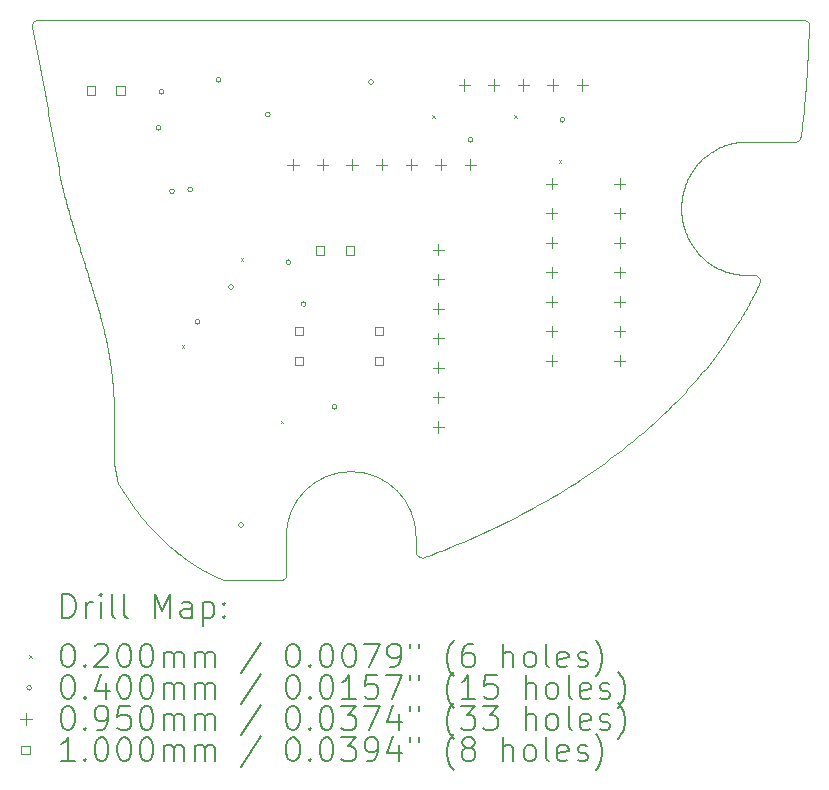
<source format=gbr>
%TF.GenerationSoftware,KiCad,Pcbnew,7.0.6*%
%TF.CreationDate,2023-07-13T14:44:57+02:00*%
%TF.ProjectId,LH_HeadLogicBoard_FreeJoy,4c485f48-6561-4644-9c6f-676963426f61,rev?*%
%TF.SameCoordinates,Original*%
%TF.FileFunction,Drillmap*%
%TF.FilePolarity,Positive*%
%FSLAX45Y45*%
G04 Gerber Fmt 4.5, Leading zero omitted, Abs format (unit mm)*
G04 Created by KiCad (PCBNEW 7.0.6) date 2023-07-13 14:44:57*
%MOMM*%
%LPD*%
G01*
G04 APERTURE LIST*
%ADD10C,0.100000*%
%ADD11C,0.200000*%
%ADD12C,0.020000*%
%ADD13C,0.040000*%
%ADD14C,0.095000*%
G04 APERTURE END LIST*
D10*
X8632537Y-4079044D02*
X8626494Y-4087414D01*
X8619829Y-4093633D01*
X2748092Y-5747828D02*
X2750682Y-5759470D01*
X2753232Y-5771120D01*
X2755741Y-5782781D01*
X2758208Y-5794454D01*
X2760634Y-5806143D01*
X2763019Y-5817848D01*
X2763962Y-5822536D01*
X2568666Y-5122869D02*
X2575310Y-5144082D01*
X2581739Y-5164589D01*
X2587961Y-5184422D01*
X2593985Y-5203617D01*
X2599820Y-5222208D01*
X2605475Y-5240231D01*
X2610958Y-5257719D01*
X2616278Y-5274708D01*
X2621443Y-5291231D01*
X2626463Y-5307324D01*
X2631346Y-5323022D01*
X2636101Y-5338358D01*
X2640736Y-5353367D01*
X2645260Y-5368085D01*
X2649683Y-5382545D01*
X2654012Y-5396783D01*
X2658256Y-5410833D01*
X2662424Y-5424729D01*
X2666525Y-5438507D01*
X2670568Y-5452201D01*
X2674561Y-5465845D01*
X2678513Y-5479474D01*
X2682432Y-5493124D01*
X2686328Y-5506827D01*
X2690209Y-5520620D01*
X2694083Y-5534536D01*
X2697960Y-5548611D01*
X2701848Y-5562879D01*
X2705757Y-5577374D01*
X2709693Y-5592132D01*
X2713667Y-5607186D01*
X2717687Y-5622572D01*
X8175672Y-4104117D02*
X8160503Y-4104344D01*
X8145354Y-4105022D01*
X8130238Y-4106147D01*
X8115164Y-4107712D01*
X8100142Y-4109712D01*
X8085183Y-4112143D01*
X8070296Y-4114999D01*
X8055493Y-4118275D01*
X8040782Y-4121965D01*
X8026174Y-4126065D01*
X8011680Y-4130569D01*
X7997309Y-4135472D01*
X7983072Y-4140768D01*
X7968979Y-4146454D01*
X7955041Y-4152522D01*
X7941266Y-4158968D01*
X7927666Y-4165787D01*
X7914250Y-4172974D01*
X7901030Y-4180523D01*
X7888014Y-4188430D01*
X7875214Y-4196688D01*
X7862639Y-4205293D01*
X7850299Y-4214239D01*
X7838206Y-4223522D01*
X7826368Y-4233136D01*
X7814796Y-4243075D01*
X7803501Y-4253335D01*
X7792492Y-4263911D01*
X7781779Y-4274796D01*
X7771374Y-4285987D01*
X7761286Y-4297477D01*
X7751524Y-4309262D01*
X2918166Y-7090913D02*
X2935616Y-7116702D01*
X2953023Y-7141830D01*
X2970382Y-7166305D01*
X2987688Y-7190140D01*
X3004938Y-7213343D01*
X3022127Y-7235926D01*
X3039250Y-7257899D01*
X3056302Y-7279272D01*
X3073279Y-7300056D01*
X3090177Y-7320261D01*
X3106990Y-7339899D01*
X3123714Y-7358978D01*
X3140345Y-7377510D01*
X3156878Y-7395505D01*
X3173309Y-7412974D01*
X3189632Y-7429927D01*
X3205844Y-7446374D01*
X3221939Y-7462326D01*
X3237914Y-7477794D01*
X3253763Y-7492787D01*
X3269483Y-7507317D01*
X3285068Y-7521393D01*
X3300513Y-7535026D01*
X3315815Y-7548227D01*
X3330969Y-7561006D01*
X3345970Y-7573374D01*
X3360814Y-7585340D01*
X3375495Y-7596916D01*
X3390010Y-7608112D01*
X3404354Y-7618938D01*
X3418523Y-7629405D01*
X3432511Y-7639523D01*
X8243547Y-5233297D02*
X8253817Y-5234363D01*
X8262530Y-5237040D01*
X8175672Y-4104117D02*
X8589194Y-4104117D01*
X8693576Y-3085783D02*
X8700136Y-3093755D01*
X8704456Y-3101781D01*
X8243547Y-5233297D02*
X8175672Y-5233297D01*
X5410905Y-7622184D02*
X5401985Y-7616985D01*
X5395146Y-7610958D01*
X8262530Y-5237040D02*
X8271626Y-5241925D01*
X8278670Y-5247710D01*
X7751524Y-4309262D02*
X7741943Y-4321538D01*
X7732723Y-4334085D01*
X7723865Y-4346893D01*
X7715372Y-4359949D01*
X7707247Y-4373243D01*
X7699493Y-4386762D01*
X7692112Y-4400496D01*
X7685107Y-4414434D01*
X7678481Y-4428563D01*
X7672235Y-4442873D01*
X7666373Y-4457352D01*
X7660898Y-4471988D01*
X7655811Y-4486771D01*
X7651116Y-4501689D01*
X7646815Y-4516731D01*
X7642911Y-4531885D01*
X7639406Y-4547140D01*
X7636303Y-4562484D01*
X7633604Y-4577907D01*
X7631313Y-4593396D01*
X7629431Y-4608941D01*
X7627962Y-4624530D01*
X7626908Y-4640151D01*
X7626272Y-4655794D01*
X7626056Y-4671447D01*
X7626263Y-4687099D01*
X7626895Y-4702737D01*
X7627955Y-4718352D01*
X7629446Y-4733931D01*
X7631371Y-4749464D01*
X7633731Y-4764938D01*
X7636530Y-4780342D01*
X4281488Y-7448351D02*
X4281488Y-7769518D01*
X7636530Y-4780342D02*
X7639681Y-4795280D01*
X7643244Y-4810117D01*
X7647211Y-4824845D01*
X7651578Y-4839454D01*
X7656337Y-4853936D01*
X7661483Y-4868281D01*
X7667009Y-4882481D01*
X7672910Y-4896526D01*
X7679178Y-4910407D01*
X7685809Y-4924115D01*
X7692796Y-4937642D01*
X7700133Y-4950977D01*
X7707813Y-4964112D01*
X7715831Y-4977038D01*
X7724181Y-4989746D01*
X7732856Y-5002226D01*
X7741850Y-5014470D01*
X7751157Y-5026469D01*
X7760771Y-5038212D01*
X7770687Y-5049693D01*
X7780897Y-5060900D01*
X7791395Y-5071825D01*
X7802176Y-5082460D01*
X7813234Y-5092795D01*
X7824562Y-5102820D01*
X7836154Y-5112528D01*
X7848004Y-5121908D01*
X7860106Y-5130952D01*
X7872453Y-5139651D01*
X7885041Y-5147995D01*
X7897862Y-5155975D01*
X7910910Y-5163583D01*
X2132302Y-3111071D02*
X2135460Y-3101242D01*
X2139875Y-3093267D01*
X8638756Y-4060722D02*
X8642419Y-4032737D01*
X8645960Y-4004681D01*
X8649382Y-3976553D01*
X8652686Y-3948352D01*
X8655877Y-3920076D01*
X8658956Y-3891724D01*
X8661925Y-3863294D01*
X8664789Y-3834785D01*
X8667548Y-3806196D01*
X8670207Y-3777524D01*
X8672767Y-3748769D01*
X8675231Y-3719930D01*
X8677602Y-3691004D01*
X8679882Y-3661990D01*
X8682074Y-3632888D01*
X8684181Y-3603694D01*
X8686205Y-3574409D01*
X8688149Y-3545030D01*
X8690016Y-3515557D01*
X8691808Y-3485987D01*
X8693527Y-3456319D01*
X8695177Y-3426552D01*
X8696759Y-3396685D01*
X8698278Y-3366715D01*
X8699735Y-3336642D01*
X8701132Y-3306464D01*
X8702473Y-3276179D01*
X8703760Y-3245787D01*
X8704996Y-3215286D01*
X8706183Y-3184673D01*
X8707325Y-3153949D01*
X8708423Y-3123111D01*
X5429746Y-7626587D02*
X5419519Y-7625164D01*
X5410905Y-7622184D01*
X3432511Y-7639523D02*
X3440945Y-7645518D01*
X3449417Y-7651453D01*
X3457924Y-7657330D01*
X3466468Y-7663148D01*
X3475046Y-7668906D01*
X3483659Y-7674604D01*
X3492306Y-7680242D01*
X3500987Y-7685820D01*
X3509701Y-7691338D01*
X3518448Y-7696795D01*
X3527226Y-7702191D01*
X3536037Y-7707526D01*
X3544878Y-7712800D01*
X3553750Y-7718013D01*
X3562652Y-7723164D01*
X3571584Y-7728253D01*
X3580545Y-7733280D01*
X3589534Y-7738245D01*
X3598552Y-7743148D01*
X3607597Y-7747987D01*
X3616669Y-7752765D01*
X3625767Y-7757478D01*
X3634892Y-7762129D01*
X3644042Y-7766716D01*
X3653217Y-7771240D01*
X3662417Y-7775700D01*
X3671640Y-7780095D01*
X3680887Y-7784427D01*
X3690158Y-7788693D01*
X3699450Y-7792896D01*
X3708765Y-7797033D01*
X3718101Y-7801105D01*
X8677436Y-3075113D02*
X8686531Y-3079998D01*
X8693576Y-3085783D01*
X2132056Y-3130418D02*
X2139887Y-3172957D01*
X2147774Y-3215766D01*
X2155712Y-3258818D01*
X2163695Y-3302083D01*
X2171719Y-3345533D01*
X2179777Y-3389141D01*
X2187864Y-3432878D01*
X2195975Y-3476717D01*
X2204105Y-3520628D01*
X2212247Y-3564584D01*
X2220397Y-3608557D01*
X2228549Y-3652518D01*
X2236698Y-3696440D01*
X2244838Y-3740293D01*
X2252964Y-3784051D01*
X2261071Y-3827684D01*
X2269153Y-3871165D01*
X2277205Y-3914465D01*
X2285220Y-3957557D01*
X2293195Y-4000411D01*
X2301124Y-4043001D01*
X2309000Y-4085298D01*
X2316819Y-4127273D01*
X2324576Y-4168898D01*
X2332264Y-4210146D01*
X2339879Y-4250988D01*
X2347415Y-4291396D01*
X2354866Y-4331341D01*
X2362228Y-4370796D01*
X2369495Y-4409733D01*
X2376661Y-4448123D01*
X2383721Y-4485938D01*
X2776533Y-5888983D02*
X2778357Y-5899335D01*
X2780145Y-5909690D01*
X2781898Y-5920048D01*
X2783615Y-5930412D01*
X2785297Y-5940781D01*
X2786943Y-5951159D01*
X2788554Y-5961544D01*
X2790130Y-5971940D01*
X5381488Y-7448351D02*
G75*
G03*
X4281488Y-7448351I-550000J0D01*
G01*
X2153640Y-3079670D02*
X2162516Y-3075004D01*
X2166824Y-3073489D01*
X4281488Y-7769518D02*
X4280422Y-7779787D01*
X4277744Y-7788500D01*
X3718101Y-7801105D02*
X3727598Y-7805170D01*
X3737016Y-7809124D01*
X3746353Y-7812970D01*
X3755609Y-7816707D01*
X2860541Y-7001212D02*
X2856490Y-6993081D01*
X2763962Y-5822536D02*
X2766020Y-5832898D01*
X2768042Y-5843266D01*
X2770031Y-5853640D01*
X2771985Y-5864023D01*
X2773904Y-5874415D01*
X2775788Y-5884818D01*
X2776533Y-5888983D01*
X8605384Y-4101423D02*
X8595363Y-4103734D01*
X8589194Y-4104117D01*
X2824206Y-6828678D02*
X2823510Y-6823659D01*
X8292399Y-5293953D02*
X8289176Y-5303743D01*
X8288728Y-5304714D01*
X5384830Y-7594590D02*
X5382133Y-7584627D01*
X5381488Y-7576617D01*
X8293543Y-5282641D02*
X8292615Y-5292906D01*
X8292399Y-5293953D01*
X8289551Y-5263709D02*
X8292593Y-5273575D01*
X8293543Y-5282641D01*
X2856490Y-6993081D02*
X2853977Y-6984352D01*
X4126152Y-7819445D02*
X4137335Y-7819448D01*
X4147397Y-7819454D01*
X4159410Y-7819467D01*
X4170251Y-7819483D01*
X4180386Y-7819499D01*
X4192779Y-7819517D01*
X4203043Y-7819527D01*
X4214126Y-7819530D01*
X4217080Y-7819529D01*
X3774366Y-7820280D02*
X3785413Y-7820237D01*
X3796483Y-7820195D01*
X3807577Y-7820154D01*
X3818694Y-7820113D01*
X3829836Y-7820073D01*
X3841003Y-7820034D01*
X3852198Y-7819995D01*
X3863419Y-7819957D01*
X8619829Y-4093633D02*
X8611096Y-4099064D01*
X8605384Y-4101423D01*
X2383721Y-4485938D02*
X2388835Y-4505946D01*
X2393911Y-4525637D01*
X2398957Y-4545041D01*
X2403981Y-4564191D01*
X2408992Y-4583117D01*
X2413997Y-4601849D01*
X2419005Y-4620420D01*
X2424023Y-4638860D01*
X2429060Y-4657200D01*
X2434124Y-4675471D01*
X2439222Y-4693704D01*
X2444364Y-4711931D01*
X2449556Y-4730182D01*
X2454808Y-4748489D01*
X2460127Y-4766882D01*
X2465521Y-4785392D01*
X2470999Y-4804051D01*
X2476568Y-4822889D01*
X2482236Y-4841939D01*
X2488012Y-4861229D01*
X2493904Y-4880793D01*
X2499920Y-4900660D01*
X2506067Y-4920862D01*
X2512355Y-4941430D01*
X2518791Y-4962395D01*
X2525383Y-4983787D01*
X2532139Y-5005639D01*
X2539067Y-5027981D01*
X2546176Y-5050844D01*
X2553473Y-5074258D01*
X2560967Y-5098257D01*
X2568666Y-5122869D01*
X3764815Y-7819397D02*
X3755609Y-7816707D01*
X2132056Y-3130418D02*
X2131246Y-3120125D01*
X2132302Y-3111071D01*
X8704456Y-3101781D02*
X8707481Y-3111557D01*
X8707610Y-3112229D01*
X4241512Y-7818503D02*
X4231545Y-7819518D01*
X7910910Y-5163583D02*
X7926146Y-5171850D01*
X7941635Y-5179617D01*
X7957360Y-5186880D01*
X7973303Y-5193634D01*
X7989450Y-5199875D01*
X8005782Y-5205598D01*
X8022283Y-5210797D01*
X8038938Y-5215470D01*
X8055728Y-5219610D01*
X8072638Y-5223213D01*
X8089650Y-5226275D01*
X8106749Y-5228790D01*
X8123917Y-5230755D01*
X8141138Y-5232164D01*
X8158395Y-5233013D01*
X8175672Y-5233297D01*
X2809828Y-6131594D02*
X2811023Y-6144078D01*
X2812169Y-6156553D01*
X2813266Y-6169022D01*
X2814316Y-6181485D01*
X2815320Y-6193943D01*
X2816277Y-6206397D01*
X2817188Y-6218848D01*
X2818055Y-6231297D01*
X2818878Y-6243745D01*
X2819656Y-6256193D01*
X2820393Y-6268642D01*
X2821086Y-6281093D01*
X2821739Y-6293547D01*
X2822350Y-6306004D01*
X2822921Y-6318467D01*
X2823453Y-6330936D01*
X2823453Y-6330936D02*
X2824080Y-6347044D01*
X2824640Y-6363083D01*
X2825134Y-6379054D01*
X2825566Y-6394959D01*
X2825939Y-6410799D01*
X2826254Y-6426575D01*
X2826515Y-6442288D01*
X2826724Y-6457940D01*
X2826884Y-6473532D01*
X2826998Y-6489066D01*
X2827069Y-6504542D01*
X2827098Y-6519962D01*
X2827090Y-6535327D01*
X2827047Y-6550639D01*
X2826971Y-6565899D01*
X2826865Y-6581108D01*
X2826731Y-6596267D01*
X2826574Y-6611378D01*
X2826395Y-6626442D01*
X2826196Y-6641461D01*
X2825982Y-6656435D01*
X2825754Y-6671366D01*
X2825515Y-6686256D01*
X2825268Y-6701105D01*
X2825015Y-6715914D01*
X2824760Y-6730686D01*
X2824505Y-6745422D01*
X2824252Y-6760122D01*
X2824005Y-6774788D01*
X2823767Y-6789421D01*
X2823539Y-6804023D01*
X2823325Y-6818595D01*
X5381488Y-7448351D02*
X5381488Y-7576617D01*
X8707610Y-3112229D02*
X8708442Y-3122428D01*
X8708423Y-3123111D01*
X5448847Y-7623507D02*
X5504917Y-7602505D01*
X5560812Y-7581074D01*
X5616523Y-7559210D01*
X5672044Y-7536909D01*
X5727369Y-7514164D01*
X5782490Y-7490971D01*
X5837401Y-7467325D01*
X5892096Y-7443222D01*
X5946566Y-7418655D01*
X6000806Y-7393621D01*
X6054809Y-7368114D01*
X6108568Y-7342129D01*
X6162076Y-7315662D01*
X6215326Y-7288707D01*
X6268312Y-7261260D01*
X6321027Y-7233315D01*
X6373464Y-7204867D01*
X6425617Y-7175913D01*
X6477478Y-7146445D01*
X6529040Y-7116461D01*
X6580298Y-7085954D01*
X6631244Y-7054921D01*
X6681872Y-7023355D01*
X6732174Y-6991252D01*
X6782144Y-6958607D01*
X6831775Y-6925415D01*
X6881061Y-6891671D01*
X6929994Y-6857370D01*
X6978569Y-6822508D01*
X7026777Y-6787078D01*
X7074612Y-6751077D01*
X7122068Y-6714499D01*
X4078981Y-7819462D02*
X4089698Y-7819456D01*
X4100772Y-7819451D01*
X4111527Y-7819447D01*
X4122557Y-7819446D01*
X4126152Y-7819445D01*
X3774366Y-7820280D02*
X3764815Y-7819397D01*
X3863419Y-7819957D02*
X3877094Y-7819912D01*
X3887500Y-7819878D01*
X3898826Y-7819843D01*
X3910976Y-7819805D01*
X3923855Y-7819767D01*
X3937366Y-7819729D01*
X3951415Y-7819691D01*
X3965904Y-7819654D01*
X3980740Y-7819618D01*
X3995825Y-7819584D01*
X4011064Y-7819553D01*
X4026362Y-7819525D01*
X4041622Y-7819501D01*
X4056749Y-7819482D01*
X4071647Y-7819467D01*
X4078981Y-7819462D01*
X2717687Y-5622572D02*
X2720706Y-5634252D01*
X2723692Y-5645940D01*
X2726643Y-5657637D01*
X2729560Y-5669345D01*
X2732442Y-5681066D01*
X2735288Y-5692802D01*
X2738099Y-5704555D01*
X2740874Y-5716328D01*
X2743612Y-5728121D01*
X2746312Y-5739937D01*
X2748092Y-5747828D01*
X2823510Y-6823659D02*
X2823325Y-6818595D01*
X2860541Y-7001212D02*
X2865979Y-7009985D01*
X2871410Y-7018682D01*
X2876834Y-7027303D01*
X2882251Y-7035848D01*
X2887660Y-7044318D01*
X2894861Y-7055494D01*
X2902048Y-7066539D01*
X2909221Y-7077453D01*
X2916379Y-7088237D01*
X2918166Y-7090913D01*
X8100198Y-5650882D02*
X8107718Y-5638687D01*
X8115042Y-5626740D01*
X8122179Y-5615025D01*
X8129140Y-5603527D01*
X8135932Y-5592229D01*
X8142566Y-5581115D01*
X8149049Y-5570170D01*
X8155391Y-5559378D01*
X8161601Y-5548722D01*
X8167688Y-5538187D01*
X8173661Y-5527757D01*
X8179529Y-5517416D01*
X8185301Y-5507147D01*
X8190986Y-5496936D01*
X8196593Y-5486766D01*
X8202131Y-5476621D01*
X8207610Y-5466485D01*
X8213037Y-5456342D01*
X8218422Y-5446177D01*
X8223775Y-5435973D01*
X8229104Y-5425714D01*
X8234418Y-5415385D01*
X8239726Y-5404970D01*
X8245037Y-5394452D01*
X8250361Y-5383816D01*
X8255706Y-5373046D01*
X8261081Y-5362126D01*
X8266496Y-5351039D01*
X8271959Y-5339771D01*
X8277479Y-5328304D01*
X8283066Y-5316624D01*
X8288728Y-5304714D01*
X2139875Y-3093267D02*
X2146528Y-3085372D01*
X2153640Y-3079670D01*
X2166824Y-3073489D02*
X2176668Y-3071578D01*
X2181230Y-3071369D01*
X2790130Y-5971940D02*
X2791607Y-5981912D01*
X2793051Y-5991882D01*
X2794461Y-6001850D01*
X2795837Y-6011817D01*
X2797180Y-6021784D01*
X2798491Y-6031752D01*
X2799768Y-6041720D01*
X2801013Y-6051690D01*
X2802226Y-6061663D01*
X2803406Y-6071638D01*
X2804555Y-6081618D01*
X2805672Y-6091601D01*
X2806757Y-6101590D01*
X2807812Y-6111585D01*
X2808835Y-6121586D01*
X2809828Y-6131594D01*
X4251076Y-7815521D02*
X4241512Y-7818503D01*
X8278670Y-5247710D02*
X8285230Y-5255683D01*
X8289551Y-5263709D01*
X4267074Y-7804641D02*
X4259102Y-7811201D01*
X4251076Y-7815521D01*
X2824206Y-6828678D02*
X2826988Y-6843252D01*
X2829773Y-6857831D01*
X2832559Y-6872416D01*
X2835347Y-6887006D01*
X2838137Y-6901600D01*
X2840928Y-6916197D01*
X2843722Y-6930798D01*
X2846517Y-6945401D01*
X2849313Y-6960006D01*
X2852111Y-6974613D01*
X2853977Y-6984352D01*
X8658453Y-3071369D02*
X8668722Y-3072435D01*
X8677436Y-3075113D01*
X4217080Y-7819529D02*
X4227216Y-7819522D01*
X4231545Y-7819518D01*
X5395146Y-7610958D02*
X5388868Y-7602762D01*
X5384830Y-7594590D01*
X7122068Y-6714499D02*
X7170940Y-6675898D01*
X7218422Y-6637447D01*
X7264536Y-6599165D01*
X7309301Y-6561072D01*
X7352740Y-6523188D01*
X7394872Y-6485532D01*
X7435719Y-6448124D01*
X7475301Y-6410983D01*
X7513640Y-6374129D01*
X7550756Y-6337583D01*
X7586671Y-6301362D01*
X7621404Y-6265488D01*
X7654977Y-6229979D01*
X7687411Y-6194856D01*
X7718727Y-6160137D01*
X7748945Y-6125843D01*
X7778086Y-6091993D01*
X7806171Y-6058607D01*
X7833222Y-6025704D01*
X7859259Y-5993304D01*
X7884302Y-5961427D01*
X7908373Y-5930092D01*
X7931493Y-5899319D01*
X7953682Y-5869127D01*
X7974961Y-5839537D01*
X7995352Y-5810567D01*
X8014875Y-5782237D01*
X8033550Y-5754568D01*
X8051399Y-5727578D01*
X8068443Y-5701287D01*
X8084703Y-5675716D01*
X8100198Y-5650882D01*
X4277744Y-7788500D02*
X4272859Y-7797596D01*
X4267074Y-7804641D01*
X5448847Y-7623507D02*
X5438846Y-7626073D01*
X5429746Y-7626587D01*
X8638756Y-4060722D02*
X8636342Y-4070760D01*
X8632537Y-4079044D01*
X8658453Y-3071369D02*
X2181230Y-3071369D01*
D11*
D12*
X3400000Y-5830000D02*
X3420000Y-5850000D01*
X3420000Y-5830000D02*
X3400000Y-5850000D01*
X3896500Y-5093500D02*
X3916500Y-5113500D01*
X3916500Y-5093500D02*
X3896500Y-5113500D01*
X4237550Y-6467550D02*
X4257550Y-6487550D01*
X4257550Y-6467550D02*
X4237550Y-6487550D01*
X5517677Y-3880677D02*
X5537677Y-3900677D01*
X5537677Y-3880677D02*
X5517677Y-3900677D01*
X6214000Y-3881000D02*
X6234000Y-3901000D01*
X6234000Y-3881000D02*
X6214000Y-3901000D01*
X6587569Y-4262485D02*
X6607569Y-4282485D01*
X6607569Y-4262485D02*
X6587569Y-4282485D01*
D13*
X3220400Y-3987800D02*
G75*
G03*
X3220400Y-3987800I-20000J0D01*
G01*
X3245800Y-3683000D02*
G75*
G03*
X3245800Y-3683000I-20000J0D01*
G01*
X3335000Y-4525000D02*
G75*
G03*
X3335000Y-4525000I-20000J0D01*
G01*
X3490000Y-4511000D02*
G75*
G03*
X3490000Y-4511000I-20000J0D01*
G01*
X3550000Y-5630000D02*
G75*
G03*
X3550000Y-5630000I-20000J0D01*
G01*
X3728400Y-3581400D02*
G75*
G03*
X3728400Y-3581400I-20000J0D01*
G01*
X3835000Y-5335000D02*
G75*
G03*
X3835000Y-5335000I-20000J0D01*
G01*
X3920000Y-7350000D02*
G75*
G03*
X3920000Y-7350000I-20000J0D01*
G01*
X4145000Y-3875000D02*
G75*
G03*
X4145000Y-3875000I-20000J0D01*
G01*
X4320000Y-5125000D02*
G75*
G03*
X4320000Y-5125000I-20000J0D01*
G01*
X4450000Y-5480000D02*
G75*
G03*
X4450000Y-5480000I-20000J0D01*
G01*
X4710000Y-6350000D02*
G75*
G03*
X4710000Y-6350000I-20000J0D01*
G01*
X5020000Y-3600000D02*
G75*
G03*
X5020000Y-3600000I-20000J0D01*
G01*
X5862000Y-4089400D02*
G75*
G03*
X5862000Y-4089400I-20000J0D01*
G01*
X6640000Y-3920000D02*
G75*
G03*
X6640000Y-3920000I-20000J0D01*
G01*
D14*
X4340000Y-4252500D02*
X4340000Y-4347500D01*
X4292500Y-4300000D02*
X4387500Y-4300000D01*
X4590000Y-4252500D02*
X4590000Y-4347500D01*
X4542500Y-4300000D02*
X4637500Y-4300000D01*
X4840000Y-4252500D02*
X4840000Y-4347500D01*
X4792500Y-4300000D02*
X4887500Y-4300000D01*
X5090000Y-4252500D02*
X5090000Y-4347500D01*
X5042500Y-4300000D02*
X5137500Y-4300000D01*
X5340000Y-4252500D02*
X5340000Y-4347500D01*
X5292500Y-4300000D02*
X5387500Y-4300000D01*
X5570000Y-4972500D02*
X5570000Y-5067500D01*
X5522500Y-5020000D02*
X5617500Y-5020000D01*
X5570000Y-5222500D02*
X5570000Y-5317500D01*
X5522500Y-5270000D02*
X5617500Y-5270000D01*
X5570000Y-5472500D02*
X5570000Y-5567500D01*
X5522500Y-5520000D02*
X5617500Y-5520000D01*
X5570000Y-5722500D02*
X5570000Y-5817500D01*
X5522500Y-5770000D02*
X5617500Y-5770000D01*
X5570000Y-5972500D02*
X5570000Y-6067500D01*
X5522500Y-6020000D02*
X5617500Y-6020000D01*
X5570000Y-6222500D02*
X5570000Y-6317500D01*
X5522500Y-6270000D02*
X5617500Y-6270000D01*
X5570000Y-6472500D02*
X5570000Y-6567500D01*
X5522500Y-6520000D02*
X5617500Y-6520000D01*
X5590000Y-4252500D02*
X5590000Y-4347500D01*
X5542500Y-4300000D02*
X5637500Y-4300000D01*
X5790000Y-3577500D02*
X5790000Y-3672500D01*
X5742500Y-3625000D02*
X5837500Y-3625000D01*
X5840000Y-4252500D02*
X5840000Y-4347500D01*
X5792500Y-4300000D02*
X5887500Y-4300000D01*
X6040000Y-3577500D02*
X6040000Y-3672500D01*
X5992500Y-3625000D02*
X6087500Y-3625000D01*
X6290000Y-3577500D02*
X6290000Y-3672500D01*
X6242500Y-3625000D02*
X6337500Y-3625000D01*
X6530000Y-4412500D02*
X6530000Y-4507500D01*
X6482500Y-4460000D02*
X6577500Y-4460000D01*
X6530000Y-4662500D02*
X6530000Y-4757500D01*
X6482500Y-4710000D02*
X6577500Y-4710000D01*
X6530000Y-4912500D02*
X6530000Y-5007500D01*
X6482500Y-4960000D02*
X6577500Y-4960000D01*
X6530000Y-5162500D02*
X6530000Y-5257500D01*
X6482500Y-5210000D02*
X6577500Y-5210000D01*
X6530000Y-5412500D02*
X6530000Y-5507500D01*
X6482500Y-5460000D02*
X6577500Y-5460000D01*
X6530000Y-5662500D02*
X6530000Y-5757500D01*
X6482500Y-5710000D02*
X6577500Y-5710000D01*
X6530000Y-5912500D02*
X6530000Y-6007500D01*
X6482500Y-5960000D02*
X6577500Y-5960000D01*
X6540000Y-3577500D02*
X6540000Y-3672500D01*
X6492500Y-3625000D02*
X6587500Y-3625000D01*
X6790000Y-3577500D02*
X6790000Y-3672500D01*
X6742500Y-3625000D02*
X6837500Y-3625000D01*
X7105000Y-4412500D02*
X7105000Y-4507500D01*
X7057500Y-4460000D02*
X7152500Y-4460000D01*
X7105000Y-4662500D02*
X7105000Y-4757500D01*
X7057500Y-4710000D02*
X7152500Y-4710000D01*
X7105000Y-4912500D02*
X7105000Y-5007500D01*
X7057500Y-4960000D02*
X7152500Y-4960000D01*
X7105000Y-5162500D02*
X7105000Y-5257500D01*
X7057500Y-5210000D02*
X7152500Y-5210000D01*
X7105000Y-5412500D02*
X7105000Y-5507500D01*
X7057500Y-5460000D02*
X7152500Y-5460000D01*
X7105000Y-5662500D02*
X7105000Y-5757500D01*
X7057500Y-5710000D02*
X7152500Y-5710000D01*
X7105000Y-5912500D02*
X7105000Y-6007500D01*
X7057500Y-5960000D02*
X7152500Y-5960000D01*
D10*
X2665356Y-3707856D02*
X2665356Y-3637144D01*
X2594644Y-3637144D01*
X2594644Y-3707856D01*
X2665356Y-3707856D01*
X2915356Y-3707856D02*
X2915356Y-3637144D01*
X2844644Y-3637144D01*
X2844644Y-3707856D01*
X2915356Y-3707856D01*
X4425356Y-5745356D02*
X4425356Y-5674644D01*
X4354644Y-5674644D01*
X4354644Y-5745356D01*
X4425356Y-5745356D01*
X4425356Y-5995356D02*
X4425356Y-5924644D01*
X4354644Y-5924644D01*
X4354644Y-5995356D01*
X4425356Y-5995356D01*
X4605356Y-5062856D02*
X4605356Y-4992144D01*
X4534644Y-4992144D01*
X4534644Y-5062856D01*
X4605356Y-5062856D01*
X4855356Y-5062856D02*
X4855356Y-4992144D01*
X4784644Y-4992144D01*
X4784644Y-5062856D01*
X4855356Y-5062856D01*
X5105356Y-5745356D02*
X5105356Y-5674644D01*
X5034644Y-5674644D01*
X5034644Y-5745356D01*
X5105356Y-5745356D01*
X5105356Y-5995356D02*
X5105356Y-5924644D01*
X5034644Y-5924644D01*
X5034644Y-5995356D01*
X5105356Y-5995356D01*
D11*
X2386654Y-8136776D02*
X2386654Y-7936776D01*
X2386654Y-7936776D02*
X2434273Y-7936776D01*
X2434273Y-7936776D02*
X2462845Y-7946300D01*
X2462845Y-7946300D02*
X2481892Y-7965348D01*
X2481892Y-7965348D02*
X2491416Y-7984395D01*
X2491416Y-7984395D02*
X2500940Y-8022490D01*
X2500940Y-8022490D02*
X2500940Y-8051062D01*
X2500940Y-8051062D02*
X2491416Y-8089157D01*
X2491416Y-8089157D02*
X2481892Y-8108205D01*
X2481892Y-8108205D02*
X2462845Y-8127252D01*
X2462845Y-8127252D02*
X2434273Y-8136776D01*
X2434273Y-8136776D02*
X2386654Y-8136776D01*
X2586654Y-8136776D02*
X2586654Y-8003443D01*
X2586654Y-8041538D02*
X2596178Y-8022490D01*
X2596178Y-8022490D02*
X2605702Y-8012967D01*
X2605702Y-8012967D02*
X2624749Y-8003443D01*
X2624749Y-8003443D02*
X2643797Y-8003443D01*
X2710464Y-8136776D02*
X2710464Y-8003443D01*
X2710464Y-7936776D02*
X2700940Y-7946300D01*
X2700940Y-7946300D02*
X2710464Y-7955824D01*
X2710464Y-7955824D02*
X2719988Y-7946300D01*
X2719988Y-7946300D02*
X2710464Y-7936776D01*
X2710464Y-7936776D02*
X2710464Y-7955824D01*
X2834273Y-8136776D02*
X2815226Y-8127252D01*
X2815226Y-8127252D02*
X2805702Y-8108205D01*
X2805702Y-8108205D02*
X2805702Y-7936776D01*
X2939035Y-8136776D02*
X2919987Y-8127252D01*
X2919987Y-8127252D02*
X2910464Y-8108205D01*
X2910464Y-8108205D02*
X2910464Y-7936776D01*
X3167607Y-8136776D02*
X3167607Y-7936776D01*
X3167607Y-7936776D02*
X3234273Y-8079633D01*
X3234273Y-8079633D02*
X3300940Y-7936776D01*
X3300940Y-7936776D02*
X3300940Y-8136776D01*
X3481892Y-8136776D02*
X3481892Y-8032014D01*
X3481892Y-8032014D02*
X3472368Y-8012967D01*
X3472368Y-8012967D02*
X3453321Y-8003443D01*
X3453321Y-8003443D02*
X3415226Y-8003443D01*
X3415226Y-8003443D02*
X3396178Y-8012967D01*
X3481892Y-8127252D02*
X3462845Y-8136776D01*
X3462845Y-8136776D02*
X3415226Y-8136776D01*
X3415226Y-8136776D02*
X3396178Y-8127252D01*
X3396178Y-8127252D02*
X3386654Y-8108205D01*
X3386654Y-8108205D02*
X3386654Y-8089157D01*
X3386654Y-8089157D02*
X3396178Y-8070109D01*
X3396178Y-8070109D02*
X3415226Y-8060586D01*
X3415226Y-8060586D02*
X3462845Y-8060586D01*
X3462845Y-8060586D02*
X3481892Y-8051062D01*
X3577130Y-8003443D02*
X3577130Y-8203443D01*
X3577130Y-8012967D02*
X3596178Y-8003443D01*
X3596178Y-8003443D02*
X3634273Y-8003443D01*
X3634273Y-8003443D02*
X3653321Y-8012967D01*
X3653321Y-8012967D02*
X3662845Y-8022490D01*
X3662845Y-8022490D02*
X3672368Y-8041538D01*
X3672368Y-8041538D02*
X3672368Y-8098681D01*
X3672368Y-8098681D02*
X3662845Y-8117728D01*
X3662845Y-8117728D02*
X3653321Y-8127252D01*
X3653321Y-8127252D02*
X3634273Y-8136776D01*
X3634273Y-8136776D02*
X3596178Y-8136776D01*
X3596178Y-8136776D02*
X3577130Y-8127252D01*
X3758083Y-8117728D02*
X3767607Y-8127252D01*
X3767607Y-8127252D02*
X3758083Y-8136776D01*
X3758083Y-8136776D02*
X3748559Y-8127252D01*
X3748559Y-8127252D02*
X3758083Y-8117728D01*
X3758083Y-8117728D02*
X3758083Y-8136776D01*
X3758083Y-8012967D02*
X3767607Y-8022490D01*
X3767607Y-8022490D02*
X3758083Y-8032014D01*
X3758083Y-8032014D02*
X3748559Y-8022490D01*
X3748559Y-8022490D02*
X3758083Y-8012967D01*
X3758083Y-8012967D02*
X3758083Y-8032014D01*
D12*
X2105877Y-8455292D02*
X2125877Y-8475292D01*
X2125877Y-8455292D02*
X2105877Y-8475292D01*
D11*
X2424749Y-8356776D02*
X2443797Y-8356776D01*
X2443797Y-8356776D02*
X2462845Y-8366300D01*
X2462845Y-8366300D02*
X2472369Y-8375824D01*
X2472369Y-8375824D02*
X2481892Y-8394871D01*
X2481892Y-8394871D02*
X2491416Y-8432967D01*
X2491416Y-8432967D02*
X2491416Y-8480586D01*
X2491416Y-8480586D02*
X2481892Y-8518681D01*
X2481892Y-8518681D02*
X2472369Y-8537729D01*
X2472369Y-8537729D02*
X2462845Y-8547252D01*
X2462845Y-8547252D02*
X2443797Y-8556776D01*
X2443797Y-8556776D02*
X2424749Y-8556776D01*
X2424749Y-8556776D02*
X2405702Y-8547252D01*
X2405702Y-8547252D02*
X2396178Y-8537729D01*
X2396178Y-8537729D02*
X2386654Y-8518681D01*
X2386654Y-8518681D02*
X2377130Y-8480586D01*
X2377130Y-8480586D02*
X2377130Y-8432967D01*
X2377130Y-8432967D02*
X2386654Y-8394871D01*
X2386654Y-8394871D02*
X2396178Y-8375824D01*
X2396178Y-8375824D02*
X2405702Y-8366300D01*
X2405702Y-8366300D02*
X2424749Y-8356776D01*
X2577130Y-8537729D02*
X2586654Y-8547252D01*
X2586654Y-8547252D02*
X2577130Y-8556776D01*
X2577130Y-8556776D02*
X2567607Y-8547252D01*
X2567607Y-8547252D02*
X2577130Y-8537729D01*
X2577130Y-8537729D02*
X2577130Y-8556776D01*
X2662845Y-8375824D02*
X2672369Y-8366300D01*
X2672369Y-8366300D02*
X2691416Y-8356776D01*
X2691416Y-8356776D02*
X2739035Y-8356776D01*
X2739035Y-8356776D02*
X2758083Y-8366300D01*
X2758083Y-8366300D02*
X2767607Y-8375824D01*
X2767607Y-8375824D02*
X2777130Y-8394871D01*
X2777130Y-8394871D02*
X2777130Y-8413919D01*
X2777130Y-8413919D02*
X2767607Y-8442490D01*
X2767607Y-8442490D02*
X2653321Y-8556776D01*
X2653321Y-8556776D02*
X2777130Y-8556776D01*
X2900940Y-8356776D02*
X2919988Y-8356776D01*
X2919988Y-8356776D02*
X2939035Y-8366300D01*
X2939035Y-8366300D02*
X2948559Y-8375824D01*
X2948559Y-8375824D02*
X2958083Y-8394871D01*
X2958083Y-8394871D02*
X2967607Y-8432967D01*
X2967607Y-8432967D02*
X2967607Y-8480586D01*
X2967607Y-8480586D02*
X2958083Y-8518681D01*
X2958083Y-8518681D02*
X2948559Y-8537729D01*
X2948559Y-8537729D02*
X2939035Y-8547252D01*
X2939035Y-8547252D02*
X2919988Y-8556776D01*
X2919988Y-8556776D02*
X2900940Y-8556776D01*
X2900940Y-8556776D02*
X2881892Y-8547252D01*
X2881892Y-8547252D02*
X2872368Y-8537729D01*
X2872368Y-8537729D02*
X2862845Y-8518681D01*
X2862845Y-8518681D02*
X2853321Y-8480586D01*
X2853321Y-8480586D02*
X2853321Y-8432967D01*
X2853321Y-8432967D02*
X2862845Y-8394871D01*
X2862845Y-8394871D02*
X2872368Y-8375824D01*
X2872368Y-8375824D02*
X2881892Y-8366300D01*
X2881892Y-8366300D02*
X2900940Y-8356776D01*
X3091416Y-8356776D02*
X3110464Y-8356776D01*
X3110464Y-8356776D02*
X3129511Y-8366300D01*
X3129511Y-8366300D02*
X3139035Y-8375824D01*
X3139035Y-8375824D02*
X3148559Y-8394871D01*
X3148559Y-8394871D02*
X3158083Y-8432967D01*
X3158083Y-8432967D02*
X3158083Y-8480586D01*
X3158083Y-8480586D02*
X3148559Y-8518681D01*
X3148559Y-8518681D02*
X3139035Y-8537729D01*
X3139035Y-8537729D02*
X3129511Y-8547252D01*
X3129511Y-8547252D02*
X3110464Y-8556776D01*
X3110464Y-8556776D02*
X3091416Y-8556776D01*
X3091416Y-8556776D02*
X3072368Y-8547252D01*
X3072368Y-8547252D02*
X3062845Y-8537729D01*
X3062845Y-8537729D02*
X3053321Y-8518681D01*
X3053321Y-8518681D02*
X3043797Y-8480586D01*
X3043797Y-8480586D02*
X3043797Y-8432967D01*
X3043797Y-8432967D02*
X3053321Y-8394871D01*
X3053321Y-8394871D02*
X3062845Y-8375824D01*
X3062845Y-8375824D02*
X3072368Y-8366300D01*
X3072368Y-8366300D02*
X3091416Y-8356776D01*
X3243797Y-8556776D02*
X3243797Y-8423443D01*
X3243797Y-8442490D02*
X3253321Y-8432967D01*
X3253321Y-8432967D02*
X3272368Y-8423443D01*
X3272368Y-8423443D02*
X3300940Y-8423443D01*
X3300940Y-8423443D02*
X3319988Y-8432967D01*
X3319988Y-8432967D02*
X3329511Y-8452014D01*
X3329511Y-8452014D02*
X3329511Y-8556776D01*
X3329511Y-8452014D02*
X3339035Y-8432967D01*
X3339035Y-8432967D02*
X3358083Y-8423443D01*
X3358083Y-8423443D02*
X3386654Y-8423443D01*
X3386654Y-8423443D02*
X3405702Y-8432967D01*
X3405702Y-8432967D02*
X3415226Y-8452014D01*
X3415226Y-8452014D02*
X3415226Y-8556776D01*
X3510464Y-8556776D02*
X3510464Y-8423443D01*
X3510464Y-8442490D02*
X3519988Y-8432967D01*
X3519988Y-8432967D02*
X3539035Y-8423443D01*
X3539035Y-8423443D02*
X3567607Y-8423443D01*
X3567607Y-8423443D02*
X3586654Y-8432967D01*
X3586654Y-8432967D02*
X3596178Y-8452014D01*
X3596178Y-8452014D02*
X3596178Y-8556776D01*
X3596178Y-8452014D02*
X3605702Y-8432967D01*
X3605702Y-8432967D02*
X3624749Y-8423443D01*
X3624749Y-8423443D02*
X3653321Y-8423443D01*
X3653321Y-8423443D02*
X3672369Y-8432967D01*
X3672369Y-8432967D02*
X3681892Y-8452014D01*
X3681892Y-8452014D02*
X3681892Y-8556776D01*
X4072369Y-8347252D02*
X3900940Y-8604395D01*
X4329512Y-8356776D02*
X4348559Y-8356776D01*
X4348559Y-8356776D02*
X4367607Y-8366300D01*
X4367607Y-8366300D02*
X4377131Y-8375824D01*
X4377131Y-8375824D02*
X4386654Y-8394871D01*
X4386654Y-8394871D02*
X4396178Y-8432967D01*
X4396178Y-8432967D02*
X4396178Y-8480586D01*
X4396178Y-8480586D02*
X4386654Y-8518681D01*
X4386654Y-8518681D02*
X4377131Y-8537729D01*
X4377131Y-8537729D02*
X4367607Y-8547252D01*
X4367607Y-8547252D02*
X4348559Y-8556776D01*
X4348559Y-8556776D02*
X4329512Y-8556776D01*
X4329512Y-8556776D02*
X4310464Y-8547252D01*
X4310464Y-8547252D02*
X4300940Y-8537729D01*
X4300940Y-8537729D02*
X4291416Y-8518681D01*
X4291416Y-8518681D02*
X4281893Y-8480586D01*
X4281893Y-8480586D02*
X4281893Y-8432967D01*
X4281893Y-8432967D02*
X4291416Y-8394871D01*
X4291416Y-8394871D02*
X4300940Y-8375824D01*
X4300940Y-8375824D02*
X4310464Y-8366300D01*
X4310464Y-8366300D02*
X4329512Y-8356776D01*
X4481893Y-8537729D02*
X4491416Y-8547252D01*
X4491416Y-8547252D02*
X4481893Y-8556776D01*
X4481893Y-8556776D02*
X4472369Y-8547252D01*
X4472369Y-8547252D02*
X4481893Y-8537729D01*
X4481893Y-8537729D02*
X4481893Y-8556776D01*
X4615226Y-8356776D02*
X4634274Y-8356776D01*
X4634274Y-8356776D02*
X4653321Y-8366300D01*
X4653321Y-8366300D02*
X4662845Y-8375824D01*
X4662845Y-8375824D02*
X4672369Y-8394871D01*
X4672369Y-8394871D02*
X4681893Y-8432967D01*
X4681893Y-8432967D02*
X4681893Y-8480586D01*
X4681893Y-8480586D02*
X4672369Y-8518681D01*
X4672369Y-8518681D02*
X4662845Y-8537729D01*
X4662845Y-8537729D02*
X4653321Y-8547252D01*
X4653321Y-8547252D02*
X4634274Y-8556776D01*
X4634274Y-8556776D02*
X4615226Y-8556776D01*
X4615226Y-8556776D02*
X4596178Y-8547252D01*
X4596178Y-8547252D02*
X4586654Y-8537729D01*
X4586654Y-8537729D02*
X4577131Y-8518681D01*
X4577131Y-8518681D02*
X4567607Y-8480586D01*
X4567607Y-8480586D02*
X4567607Y-8432967D01*
X4567607Y-8432967D02*
X4577131Y-8394871D01*
X4577131Y-8394871D02*
X4586654Y-8375824D01*
X4586654Y-8375824D02*
X4596178Y-8366300D01*
X4596178Y-8366300D02*
X4615226Y-8356776D01*
X4805702Y-8356776D02*
X4824750Y-8356776D01*
X4824750Y-8356776D02*
X4843797Y-8366300D01*
X4843797Y-8366300D02*
X4853321Y-8375824D01*
X4853321Y-8375824D02*
X4862845Y-8394871D01*
X4862845Y-8394871D02*
X4872369Y-8432967D01*
X4872369Y-8432967D02*
X4872369Y-8480586D01*
X4872369Y-8480586D02*
X4862845Y-8518681D01*
X4862845Y-8518681D02*
X4853321Y-8537729D01*
X4853321Y-8537729D02*
X4843797Y-8547252D01*
X4843797Y-8547252D02*
X4824750Y-8556776D01*
X4824750Y-8556776D02*
X4805702Y-8556776D01*
X4805702Y-8556776D02*
X4786654Y-8547252D01*
X4786654Y-8547252D02*
X4777131Y-8537729D01*
X4777131Y-8537729D02*
X4767607Y-8518681D01*
X4767607Y-8518681D02*
X4758083Y-8480586D01*
X4758083Y-8480586D02*
X4758083Y-8432967D01*
X4758083Y-8432967D02*
X4767607Y-8394871D01*
X4767607Y-8394871D02*
X4777131Y-8375824D01*
X4777131Y-8375824D02*
X4786654Y-8366300D01*
X4786654Y-8366300D02*
X4805702Y-8356776D01*
X4939035Y-8356776D02*
X5072369Y-8356776D01*
X5072369Y-8356776D02*
X4986654Y-8556776D01*
X5158083Y-8556776D02*
X5196178Y-8556776D01*
X5196178Y-8556776D02*
X5215226Y-8547252D01*
X5215226Y-8547252D02*
X5224750Y-8537729D01*
X5224750Y-8537729D02*
X5243797Y-8509157D01*
X5243797Y-8509157D02*
X5253321Y-8471062D01*
X5253321Y-8471062D02*
X5253321Y-8394871D01*
X5253321Y-8394871D02*
X5243797Y-8375824D01*
X5243797Y-8375824D02*
X5234274Y-8366300D01*
X5234274Y-8366300D02*
X5215226Y-8356776D01*
X5215226Y-8356776D02*
X5177131Y-8356776D01*
X5177131Y-8356776D02*
X5158083Y-8366300D01*
X5158083Y-8366300D02*
X5148559Y-8375824D01*
X5148559Y-8375824D02*
X5139035Y-8394871D01*
X5139035Y-8394871D02*
X5139035Y-8442490D01*
X5139035Y-8442490D02*
X5148559Y-8461538D01*
X5148559Y-8461538D02*
X5158083Y-8471062D01*
X5158083Y-8471062D02*
X5177131Y-8480586D01*
X5177131Y-8480586D02*
X5215226Y-8480586D01*
X5215226Y-8480586D02*
X5234274Y-8471062D01*
X5234274Y-8471062D02*
X5243797Y-8461538D01*
X5243797Y-8461538D02*
X5253321Y-8442490D01*
X5329512Y-8356776D02*
X5329512Y-8394871D01*
X5405702Y-8356776D02*
X5405702Y-8394871D01*
X5700940Y-8632967D02*
X5691416Y-8623443D01*
X5691416Y-8623443D02*
X5672369Y-8594871D01*
X5672369Y-8594871D02*
X5662845Y-8575824D01*
X5662845Y-8575824D02*
X5653321Y-8547252D01*
X5653321Y-8547252D02*
X5643797Y-8499633D01*
X5643797Y-8499633D02*
X5643797Y-8461538D01*
X5643797Y-8461538D02*
X5653321Y-8413919D01*
X5653321Y-8413919D02*
X5662845Y-8385348D01*
X5662845Y-8385348D02*
X5672369Y-8366300D01*
X5672369Y-8366300D02*
X5691416Y-8337728D01*
X5691416Y-8337728D02*
X5700940Y-8328205D01*
X5862845Y-8356776D02*
X5824750Y-8356776D01*
X5824750Y-8356776D02*
X5805702Y-8366300D01*
X5805702Y-8366300D02*
X5796178Y-8375824D01*
X5796178Y-8375824D02*
X5777131Y-8404395D01*
X5777131Y-8404395D02*
X5767607Y-8442490D01*
X5767607Y-8442490D02*
X5767607Y-8518681D01*
X5767607Y-8518681D02*
X5777131Y-8537729D01*
X5777131Y-8537729D02*
X5786654Y-8547252D01*
X5786654Y-8547252D02*
X5805702Y-8556776D01*
X5805702Y-8556776D02*
X5843797Y-8556776D01*
X5843797Y-8556776D02*
X5862845Y-8547252D01*
X5862845Y-8547252D02*
X5872369Y-8537729D01*
X5872369Y-8537729D02*
X5881893Y-8518681D01*
X5881893Y-8518681D02*
X5881893Y-8471062D01*
X5881893Y-8471062D02*
X5872369Y-8452014D01*
X5872369Y-8452014D02*
X5862845Y-8442490D01*
X5862845Y-8442490D02*
X5843797Y-8432967D01*
X5843797Y-8432967D02*
X5805702Y-8432967D01*
X5805702Y-8432967D02*
X5786654Y-8442490D01*
X5786654Y-8442490D02*
X5777131Y-8452014D01*
X5777131Y-8452014D02*
X5767607Y-8471062D01*
X6119988Y-8556776D02*
X6119988Y-8356776D01*
X6205702Y-8556776D02*
X6205702Y-8452014D01*
X6205702Y-8452014D02*
X6196178Y-8432967D01*
X6196178Y-8432967D02*
X6177131Y-8423443D01*
X6177131Y-8423443D02*
X6148559Y-8423443D01*
X6148559Y-8423443D02*
X6129512Y-8432967D01*
X6129512Y-8432967D02*
X6119988Y-8442490D01*
X6329512Y-8556776D02*
X6310464Y-8547252D01*
X6310464Y-8547252D02*
X6300940Y-8537729D01*
X6300940Y-8537729D02*
X6291416Y-8518681D01*
X6291416Y-8518681D02*
X6291416Y-8461538D01*
X6291416Y-8461538D02*
X6300940Y-8442490D01*
X6300940Y-8442490D02*
X6310464Y-8432967D01*
X6310464Y-8432967D02*
X6329512Y-8423443D01*
X6329512Y-8423443D02*
X6358083Y-8423443D01*
X6358083Y-8423443D02*
X6377131Y-8432967D01*
X6377131Y-8432967D02*
X6386655Y-8442490D01*
X6386655Y-8442490D02*
X6396178Y-8461538D01*
X6396178Y-8461538D02*
X6396178Y-8518681D01*
X6396178Y-8518681D02*
X6386655Y-8537729D01*
X6386655Y-8537729D02*
X6377131Y-8547252D01*
X6377131Y-8547252D02*
X6358083Y-8556776D01*
X6358083Y-8556776D02*
X6329512Y-8556776D01*
X6510464Y-8556776D02*
X6491416Y-8547252D01*
X6491416Y-8547252D02*
X6481893Y-8528205D01*
X6481893Y-8528205D02*
X6481893Y-8356776D01*
X6662845Y-8547252D02*
X6643797Y-8556776D01*
X6643797Y-8556776D02*
X6605702Y-8556776D01*
X6605702Y-8556776D02*
X6586655Y-8547252D01*
X6586655Y-8547252D02*
X6577131Y-8528205D01*
X6577131Y-8528205D02*
X6577131Y-8452014D01*
X6577131Y-8452014D02*
X6586655Y-8432967D01*
X6586655Y-8432967D02*
X6605702Y-8423443D01*
X6605702Y-8423443D02*
X6643797Y-8423443D01*
X6643797Y-8423443D02*
X6662845Y-8432967D01*
X6662845Y-8432967D02*
X6672369Y-8452014D01*
X6672369Y-8452014D02*
X6672369Y-8471062D01*
X6672369Y-8471062D02*
X6577131Y-8490110D01*
X6748559Y-8547252D02*
X6767607Y-8556776D01*
X6767607Y-8556776D02*
X6805702Y-8556776D01*
X6805702Y-8556776D02*
X6824750Y-8547252D01*
X6824750Y-8547252D02*
X6834274Y-8528205D01*
X6834274Y-8528205D02*
X6834274Y-8518681D01*
X6834274Y-8518681D02*
X6824750Y-8499633D01*
X6824750Y-8499633D02*
X6805702Y-8490110D01*
X6805702Y-8490110D02*
X6777131Y-8490110D01*
X6777131Y-8490110D02*
X6758083Y-8480586D01*
X6758083Y-8480586D02*
X6748559Y-8461538D01*
X6748559Y-8461538D02*
X6748559Y-8452014D01*
X6748559Y-8452014D02*
X6758083Y-8432967D01*
X6758083Y-8432967D02*
X6777131Y-8423443D01*
X6777131Y-8423443D02*
X6805702Y-8423443D01*
X6805702Y-8423443D02*
X6824750Y-8432967D01*
X6900940Y-8632967D02*
X6910464Y-8623443D01*
X6910464Y-8623443D02*
X6929512Y-8594871D01*
X6929512Y-8594871D02*
X6939036Y-8575824D01*
X6939036Y-8575824D02*
X6948559Y-8547252D01*
X6948559Y-8547252D02*
X6958083Y-8499633D01*
X6958083Y-8499633D02*
X6958083Y-8461538D01*
X6958083Y-8461538D02*
X6948559Y-8413919D01*
X6948559Y-8413919D02*
X6939036Y-8385348D01*
X6939036Y-8385348D02*
X6929512Y-8366300D01*
X6929512Y-8366300D02*
X6910464Y-8337728D01*
X6910464Y-8337728D02*
X6900940Y-8328205D01*
D13*
X2125877Y-8729292D02*
G75*
G03*
X2125877Y-8729292I-20000J0D01*
G01*
D11*
X2424749Y-8620776D02*
X2443797Y-8620776D01*
X2443797Y-8620776D02*
X2462845Y-8630300D01*
X2462845Y-8630300D02*
X2472369Y-8639824D01*
X2472369Y-8639824D02*
X2481892Y-8658871D01*
X2481892Y-8658871D02*
X2491416Y-8696967D01*
X2491416Y-8696967D02*
X2491416Y-8744586D01*
X2491416Y-8744586D02*
X2481892Y-8782681D01*
X2481892Y-8782681D02*
X2472369Y-8801729D01*
X2472369Y-8801729D02*
X2462845Y-8811252D01*
X2462845Y-8811252D02*
X2443797Y-8820776D01*
X2443797Y-8820776D02*
X2424749Y-8820776D01*
X2424749Y-8820776D02*
X2405702Y-8811252D01*
X2405702Y-8811252D02*
X2396178Y-8801729D01*
X2396178Y-8801729D02*
X2386654Y-8782681D01*
X2386654Y-8782681D02*
X2377130Y-8744586D01*
X2377130Y-8744586D02*
X2377130Y-8696967D01*
X2377130Y-8696967D02*
X2386654Y-8658871D01*
X2386654Y-8658871D02*
X2396178Y-8639824D01*
X2396178Y-8639824D02*
X2405702Y-8630300D01*
X2405702Y-8630300D02*
X2424749Y-8620776D01*
X2577130Y-8801729D02*
X2586654Y-8811252D01*
X2586654Y-8811252D02*
X2577130Y-8820776D01*
X2577130Y-8820776D02*
X2567607Y-8811252D01*
X2567607Y-8811252D02*
X2577130Y-8801729D01*
X2577130Y-8801729D02*
X2577130Y-8820776D01*
X2758083Y-8687443D02*
X2758083Y-8820776D01*
X2710464Y-8611252D02*
X2662845Y-8754110D01*
X2662845Y-8754110D02*
X2786654Y-8754110D01*
X2900940Y-8620776D02*
X2919988Y-8620776D01*
X2919988Y-8620776D02*
X2939035Y-8630300D01*
X2939035Y-8630300D02*
X2948559Y-8639824D01*
X2948559Y-8639824D02*
X2958083Y-8658871D01*
X2958083Y-8658871D02*
X2967607Y-8696967D01*
X2967607Y-8696967D02*
X2967607Y-8744586D01*
X2967607Y-8744586D02*
X2958083Y-8782681D01*
X2958083Y-8782681D02*
X2948559Y-8801729D01*
X2948559Y-8801729D02*
X2939035Y-8811252D01*
X2939035Y-8811252D02*
X2919988Y-8820776D01*
X2919988Y-8820776D02*
X2900940Y-8820776D01*
X2900940Y-8820776D02*
X2881892Y-8811252D01*
X2881892Y-8811252D02*
X2872368Y-8801729D01*
X2872368Y-8801729D02*
X2862845Y-8782681D01*
X2862845Y-8782681D02*
X2853321Y-8744586D01*
X2853321Y-8744586D02*
X2853321Y-8696967D01*
X2853321Y-8696967D02*
X2862845Y-8658871D01*
X2862845Y-8658871D02*
X2872368Y-8639824D01*
X2872368Y-8639824D02*
X2881892Y-8630300D01*
X2881892Y-8630300D02*
X2900940Y-8620776D01*
X3091416Y-8620776D02*
X3110464Y-8620776D01*
X3110464Y-8620776D02*
X3129511Y-8630300D01*
X3129511Y-8630300D02*
X3139035Y-8639824D01*
X3139035Y-8639824D02*
X3148559Y-8658871D01*
X3148559Y-8658871D02*
X3158083Y-8696967D01*
X3158083Y-8696967D02*
X3158083Y-8744586D01*
X3158083Y-8744586D02*
X3148559Y-8782681D01*
X3148559Y-8782681D02*
X3139035Y-8801729D01*
X3139035Y-8801729D02*
X3129511Y-8811252D01*
X3129511Y-8811252D02*
X3110464Y-8820776D01*
X3110464Y-8820776D02*
X3091416Y-8820776D01*
X3091416Y-8820776D02*
X3072368Y-8811252D01*
X3072368Y-8811252D02*
X3062845Y-8801729D01*
X3062845Y-8801729D02*
X3053321Y-8782681D01*
X3053321Y-8782681D02*
X3043797Y-8744586D01*
X3043797Y-8744586D02*
X3043797Y-8696967D01*
X3043797Y-8696967D02*
X3053321Y-8658871D01*
X3053321Y-8658871D02*
X3062845Y-8639824D01*
X3062845Y-8639824D02*
X3072368Y-8630300D01*
X3072368Y-8630300D02*
X3091416Y-8620776D01*
X3243797Y-8820776D02*
X3243797Y-8687443D01*
X3243797Y-8706490D02*
X3253321Y-8696967D01*
X3253321Y-8696967D02*
X3272368Y-8687443D01*
X3272368Y-8687443D02*
X3300940Y-8687443D01*
X3300940Y-8687443D02*
X3319988Y-8696967D01*
X3319988Y-8696967D02*
X3329511Y-8716014D01*
X3329511Y-8716014D02*
X3329511Y-8820776D01*
X3329511Y-8716014D02*
X3339035Y-8696967D01*
X3339035Y-8696967D02*
X3358083Y-8687443D01*
X3358083Y-8687443D02*
X3386654Y-8687443D01*
X3386654Y-8687443D02*
X3405702Y-8696967D01*
X3405702Y-8696967D02*
X3415226Y-8716014D01*
X3415226Y-8716014D02*
X3415226Y-8820776D01*
X3510464Y-8820776D02*
X3510464Y-8687443D01*
X3510464Y-8706490D02*
X3519988Y-8696967D01*
X3519988Y-8696967D02*
X3539035Y-8687443D01*
X3539035Y-8687443D02*
X3567607Y-8687443D01*
X3567607Y-8687443D02*
X3586654Y-8696967D01*
X3586654Y-8696967D02*
X3596178Y-8716014D01*
X3596178Y-8716014D02*
X3596178Y-8820776D01*
X3596178Y-8716014D02*
X3605702Y-8696967D01*
X3605702Y-8696967D02*
X3624749Y-8687443D01*
X3624749Y-8687443D02*
X3653321Y-8687443D01*
X3653321Y-8687443D02*
X3672369Y-8696967D01*
X3672369Y-8696967D02*
X3681892Y-8716014D01*
X3681892Y-8716014D02*
X3681892Y-8820776D01*
X4072369Y-8611252D02*
X3900940Y-8868395D01*
X4329512Y-8620776D02*
X4348559Y-8620776D01*
X4348559Y-8620776D02*
X4367607Y-8630300D01*
X4367607Y-8630300D02*
X4377131Y-8639824D01*
X4377131Y-8639824D02*
X4386654Y-8658871D01*
X4386654Y-8658871D02*
X4396178Y-8696967D01*
X4396178Y-8696967D02*
X4396178Y-8744586D01*
X4396178Y-8744586D02*
X4386654Y-8782681D01*
X4386654Y-8782681D02*
X4377131Y-8801729D01*
X4377131Y-8801729D02*
X4367607Y-8811252D01*
X4367607Y-8811252D02*
X4348559Y-8820776D01*
X4348559Y-8820776D02*
X4329512Y-8820776D01*
X4329512Y-8820776D02*
X4310464Y-8811252D01*
X4310464Y-8811252D02*
X4300940Y-8801729D01*
X4300940Y-8801729D02*
X4291416Y-8782681D01*
X4291416Y-8782681D02*
X4281893Y-8744586D01*
X4281893Y-8744586D02*
X4281893Y-8696967D01*
X4281893Y-8696967D02*
X4291416Y-8658871D01*
X4291416Y-8658871D02*
X4300940Y-8639824D01*
X4300940Y-8639824D02*
X4310464Y-8630300D01*
X4310464Y-8630300D02*
X4329512Y-8620776D01*
X4481893Y-8801729D02*
X4491416Y-8811252D01*
X4491416Y-8811252D02*
X4481893Y-8820776D01*
X4481893Y-8820776D02*
X4472369Y-8811252D01*
X4472369Y-8811252D02*
X4481893Y-8801729D01*
X4481893Y-8801729D02*
X4481893Y-8820776D01*
X4615226Y-8620776D02*
X4634274Y-8620776D01*
X4634274Y-8620776D02*
X4653321Y-8630300D01*
X4653321Y-8630300D02*
X4662845Y-8639824D01*
X4662845Y-8639824D02*
X4672369Y-8658871D01*
X4672369Y-8658871D02*
X4681893Y-8696967D01*
X4681893Y-8696967D02*
X4681893Y-8744586D01*
X4681893Y-8744586D02*
X4672369Y-8782681D01*
X4672369Y-8782681D02*
X4662845Y-8801729D01*
X4662845Y-8801729D02*
X4653321Y-8811252D01*
X4653321Y-8811252D02*
X4634274Y-8820776D01*
X4634274Y-8820776D02*
X4615226Y-8820776D01*
X4615226Y-8820776D02*
X4596178Y-8811252D01*
X4596178Y-8811252D02*
X4586654Y-8801729D01*
X4586654Y-8801729D02*
X4577131Y-8782681D01*
X4577131Y-8782681D02*
X4567607Y-8744586D01*
X4567607Y-8744586D02*
X4567607Y-8696967D01*
X4567607Y-8696967D02*
X4577131Y-8658871D01*
X4577131Y-8658871D02*
X4586654Y-8639824D01*
X4586654Y-8639824D02*
X4596178Y-8630300D01*
X4596178Y-8630300D02*
X4615226Y-8620776D01*
X4872369Y-8820776D02*
X4758083Y-8820776D01*
X4815226Y-8820776D02*
X4815226Y-8620776D01*
X4815226Y-8620776D02*
X4796178Y-8649348D01*
X4796178Y-8649348D02*
X4777131Y-8668395D01*
X4777131Y-8668395D02*
X4758083Y-8677919D01*
X5053321Y-8620776D02*
X4958083Y-8620776D01*
X4958083Y-8620776D02*
X4948559Y-8716014D01*
X4948559Y-8716014D02*
X4958083Y-8706490D01*
X4958083Y-8706490D02*
X4977131Y-8696967D01*
X4977131Y-8696967D02*
X5024750Y-8696967D01*
X5024750Y-8696967D02*
X5043797Y-8706490D01*
X5043797Y-8706490D02*
X5053321Y-8716014D01*
X5053321Y-8716014D02*
X5062845Y-8735062D01*
X5062845Y-8735062D02*
X5062845Y-8782681D01*
X5062845Y-8782681D02*
X5053321Y-8801729D01*
X5053321Y-8801729D02*
X5043797Y-8811252D01*
X5043797Y-8811252D02*
X5024750Y-8820776D01*
X5024750Y-8820776D02*
X4977131Y-8820776D01*
X4977131Y-8820776D02*
X4958083Y-8811252D01*
X4958083Y-8811252D02*
X4948559Y-8801729D01*
X5129512Y-8620776D02*
X5262845Y-8620776D01*
X5262845Y-8620776D02*
X5177131Y-8820776D01*
X5329512Y-8620776D02*
X5329512Y-8658871D01*
X5405702Y-8620776D02*
X5405702Y-8658871D01*
X5700940Y-8896967D02*
X5691416Y-8887443D01*
X5691416Y-8887443D02*
X5672369Y-8858871D01*
X5672369Y-8858871D02*
X5662845Y-8839824D01*
X5662845Y-8839824D02*
X5653321Y-8811252D01*
X5653321Y-8811252D02*
X5643797Y-8763633D01*
X5643797Y-8763633D02*
X5643797Y-8725538D01*
X5643797Y-8725538D02*
X5653321Y-8677919D01*
X5653321Y-8677919D02*
X5662845Y-8649348D01*
X5662845Y-8649348D02*
X5672369Y-8630300D01*
X5672369Y-8630300D02*
X5691416Y-8601729D01*
X5691416Y-8601729D02*
X5700940Y-8592205D01*
X5881893Y-8820776D02*
X5767607Y-8820776D01*
X5824750Y-8820776D02*
X5824750Y-8620776D01*
X5824750Y-8620776D02*
X5805702Y-8649348D01*
X5805702Y-8649348D02*
X5786654Y-8668395D01*
X5786654Y-8668395D02*
X5767607Y-8677919D01*
X6062845Y-8620776D02*
X5967607Y-8620776D01*
X5967607Y-8620776D02*
X5958083Y-8716014D01*
X5958083Y-8716014D02*
X5967607Y-8706490D01*
X5967607Y-8706490D02*
X5986654Y-8696967D01*
X5986654Y-8696967D02*
X6034274Y-8696967D01*
X6034274Y-8696967D02*
X6053321Y-8706490D01*
X6053321Y-8706490D02*
X6062845Y-8716014D01*
X6062845Y-8716014D02*
X6072369Y-8735062D01*
X6072369Y-8735062D02*
X6072369Y-8782681D01*
X6072369Y-8782681D02*
X6062845Y-8801729D01*
X6062845Y-8801729D02*
X6053321Y-8811252D01*
X6053321Y-8811252D02*
X6034274Y-8820776D01*
X6034274Y-8820776D02*
X5986654Y-8820776D01*
X5986654Y-8820776D02*
X5967607Y-8811252D01*
X5967607Y-8811252D02*
X5958083Y-8801729D01*
X6310464Y-8820776D02*
X6310464Y-8620776D01*
X6396178Y-8820776D02*
X6396178Y-8716014D01*
X6396178Y-8716014D02*
X6386655Y-8696967D01*
X6386655Y-8696967D02*
X6367607Y-8687443D01*
X6367607Y-8687443D02*
X6339035Y-8687443D01*
X6339035Y-8687443D02*
X6319988Y-8696967D01*
X6319988Y-8696967D02*
X6310464Y-8706490D01*
X6519988Y-8820776D02*
X6500940Y-8811252D01*
X6500940Y-8811252D02*
X6491416Y-8801729D01*
X6491416Y-8801729D02*
X6481893Y-8782681D01*
X6481893Y-8782681D02*
X6481893Y-8725538D01*
X6481893Y-8725538D02*
X6491416Y-8706490D01*
X6491416Y-8706490D02*
X6500940Y-8696967D01*
X6500940Y-8696967D02*
X6519988Y-8687443D01*
X6519988Y-8687443D02*
X6548559Y-8687443D01*
X6548559Y-8687443D02*
X6567607Y-8696967D01*
X6567607Y-8696967D02*
X6577131Y-8706490D01*
X6577131Y-8706490D02*
X6586655Y-8725538D01*
X6586655Y-8725538D02*
X6586655Y-8782681D01*
X6586655Y-8782681D02*
X6577131Y-8801729D01*
X6577131Y-8801729D02*
X6567607Y-8811252D01*
X6567607Y-8811252D02*
X6548559Y-8820776D01*
X6548559Y-8820776D02*
X6519988Y-8820776D01*
X6700940Y-8820776D02*
X6681893Y-8811252D01*
X6681893Y-8811252D02*
X6672369Y-8792205D01*
X6672369Y-8792205D02*
X6672369Y-8620776D01*
X6853321Y-8811252D02*
X6834274Y-8820776D01*
X6834274Y-8820776D02*
X6796178Y-8820776D01*
X6796178Y-8820776D02*
X6777131Y-8811252D01*
X6777131Y-8811252D02*
X6767607Y-8792205D01*
X6767607Y-8792205D02*
X6767607Y-8716014D01*
X6767607Y-8716014D02*
X6777131Y-8696967D01*
X6777131Y-8696967D02*
X6796178Y-8687443D01*
X6796178Y-8687443D02*
X6834274Y-8687443D01*
X6834274Y-8687443D02*
X6853321Y-8696967D01*
X6853321Y-8696967D02*
X6862845Y-8716014D01*
X6862845Y-8716014D02*
X6862845Y-8735062D01*
X6862845Y-8735062D02*
X6767607Y-8754110D01*
X6939036Y-8811252D02*
X6958083Y-8820776D01*
X6958083Y-8820776D02*
X6996178Y-8820776D01*
X6996178Y-8820776D02*
X7015226Y-8811252D01*
X7015226Y-8811252D02*
X7024750Y-8792205D01*
X7024750Y-8792205D02*
X7024750Y-8782681D01*
X7024750Y-8782681D02*
X7015226Y-8763633D01*
X7015226Y-8763633D02*
X6996178Y-8754110D01*
X6996178Y-8754110D02*
X6967607Y-8754110D01*
X6967607Y-8754110D02*
X6948559Y-8744586D01*
X6948559Y-8744586D02*
X6939036Y-8725538D01*
X6939036Y-8725538D02*
X6939036Y-8716014D01*
X6939036Y-8716014D02*
X6948559Y-8696967D01*
X6948559Y-8696967D02*
X6967607Y-8687443D01*
X6967607Y-8687443D02*
X6996178Y-8687443D01*
X6996178Y-8687443D02*
X7015226Y-8696967D01*
X7091417Y-8896967D02*
X7100940Y-8887443D01*
X7100940Y-8887443D02*
X7119988Y-8858871D01*
X7119988Y-8858871D02*
X7129512Y-8839824D01*
X7129512Y-8839824D02*
X7139036Y-8811252D01*
X7139036Y-8811252D02*
X7148559Y-8763633D01*
X7148559Y-8763633D02*
X7148559Y-8725538D01*
X7148559Y-8725538D02*
X7139036Y-8677919D01*
X7139036Y-8677919D02*
X7129512Y-8649348D01*
X7129512Y-8649348D02*
X7119988Y-8630300D01*
X7119988Y-8630300D02*
X7100940Y-8601729D01*
X7100940Y-8601729D02*
X7091417Y-8592205D01*
D14*
X2078377Y-8945792D02*
X2078377Y-9040792D01*
X2030877Y-8993292D02*
X2125877Y-8993292D01*
D11*
X2424749Y-8884776D02*
X2443797Y-8884776D01*
X2443797Y-8884776D02*
X2462845Y-8894300D01*
X2462845Y-8894300D02*
X2472369Y-8903824D01*
X2472369Y-8903824D02*
X2481892Y-8922871D01*
X2481892Y-8922871D02*
X2491416Y-8960967D01*
X2491416Y-8960967D02*
X2491416Y-9008586D01*
X2491416Y-9008586D02*
X2481892Y-9046681D01*
X2481892Y-9046681D02*
X2472369Y-9065729D01*
X2472369Y-9065729D02*
X2462845Y-9075252D01*
X2462845Y-9075252D02*
X2443797Y-9084776D01*
X2443797Y-9084776D02*
X2424749Y-9084776D01*
X2424749Y-9084776D02*
X2405702Y-9075252D01*
X2405702Y-9075252D02*
X2396178Y-9065729D01*
X2396178Y-9065729D02*
X2386654Y-9046681D01*
X2386654Y-9046681D02*
X2377130Y-9008586D01*
X2377130Y-9008586D02*
X2377130Y-8960967D01*
X2377130Y-8960967D02*
X2386654Y-8922871D01*
X2386654Y-8922871D02*
X2396178Y-8903824D01*
X2396178Y-8903824D02*
X2405702Y-8894300D01*
X2405702Y-8894300D02*
X2424749Y-8884776D01*
X2577130Y-9065729D02*
X2586654Y-9075252D01*
X2586654Y-9075252D02*
X2577130Y-9084776D01*
X2577130Y-9084776D02*
X2567607Y-9075252D01*
X2567607Y-9075252D02*
X2577130Y-9065729D01*
X2577130Y-9065729D02*
X2577130Y-9084776D01*
X2681892Y-9084776D02*
X2719988Y-9084776D01*
X2719988Y-9084776D02*
X2739035Y-9075252D01*
X2739035Y-9075252D02*
X2748559Y-9065729D01*
X2748559Y-9065729D02*
X2767607Y-9037157D01*
X2767607Y-9037157D02*
X2777130Y-8999062D01*
X2777130Y-8999062D02*
X2777130Y-8922871D01*
X2777130Y-8922871D02*
X2767607Y-8903824D01*
X2767607Y-8903824D02*
X2758083Y-8894300D01*
X2758083Y-8894300D02*
X2739035Y-8884776D01*
X2739035Y-8884776D02*
X2700940Y-8884776D01*
X2700940Y-8884776D02*
X2681892Y-8894300D01*
X2681892Y-8894300D02*
X2672369Y-8903824D01*
X2672369Y-8903824D02*
X2662845Y-8922871D01*
X2662845Y-8922871D02*
X2662845Y-8970490D01*
X2662845Y-8970490D02*
X2672369Y-8989538D01*
X2672369Y-8989538D02*
X2681892Y-8999062D01*
X2681892Y-8999062D02*
X2700940Y-9008586D01*
X2700940Y-9008586D02*
X2739035Y-9008586D01*
X2739035Y-9008586D02*
X2758083Y-8999062D01*
X2758083Y-8999062D02*
X2767607Y-8989538D01*
X2767607Y-8989538D02*
X2777130Y-8970490D01*
X2958083Y-8884776D02*
X2862845Y-8884776D01*
X2862845Y-8884776D02*
X2853321Y-8980014D01*
X2853321Y-8980014D02*
X2862845Y-8970490D01*
X2862845Y-8970490D02*
X2881892Y-8960967D01*
X2881892Y-8960967D02*
X2929511Y-8960967D01*
X2929511Y-8960967D02*
X2948559Y-8970490D01*
X2948559Y-8970490D02*
X2958083Y-8980014D01*
X2958083Y-8980014D02*
X2967607Y-8999062D01*
X2967607Y-8999062D02*
X2967607Y-9046681D01*
X2967607Y-9046681D02*
X2958083Y-9065729D01*
X2958083Y-9065729D02*
X2948559Y-9075252D01*
X2948559Y-9075252D02*
X2929511Y-9084776D01*
X2929511Y-9084776D02*
X2881892Y-9084776D01*
X2881892Y-9084776D02*
X2862845Y-9075252D01*
X2862845Y-9075252D02*
X2853321Y-9065729D01*
X3091416Y-8884776D02*
X3110464Y-8884776D01*
X3110464Y-8884776D02*
X3129511Y-8894300D01*
X3129511Y-8894300D02*
X3139035Y-8903824D01*
X3139035Y-8903824D02*
X3148559Y-8922871D01*
X3148559Y-8922871D02*
X3158083Y-8960967D01*
X3158083Y-8960967D02*
X3158083Y-9008586D01*
X3158083Y-9008586D02*
X3148559Y-9046681D01*
X3148559Y-9046681D02*
X3139035Y-9065729D01*
X3139035Y-9065729D02*
X3129511Y-9075252D01*
X3129511Y-9075252D02*
X3110464Y-9084776D01*
X3110464Y-9084776D02*
X3091416Y-9084776D01*
X3091416Y-9084776D02*
X3072368Y-9075252D01*
X3072368Y-9075252D02*
X3062845Y-9065729D01*
X3062845Y-9065729D02*
X3053321Y-9046681D01*
X3053321Y-9046681D02*
X3043797Y-9008586D01*
X3043797Y-9008586D02*
X3043797Y-8960967D01*
X3043797Y-8960967D02*
X3053321Y-8922871D01*
X3053321Y-8922871D02*
X3062845Y-8903824D01*
X3062845Y-8903824D02*
X3072368Y-8894300D01*
X3072368Y-8894300D02*
X3091416Y-8884776D01*
X3243797Y-9084776D02*
X3243797Y-8951443D01*
X3243797Y-8970490D02*
X3253321Y-8960967D01*
X3253321Y-8960967D02*
X3272368Y-8951443D01*
X3272368Y-8951443D02*
X3300940Y-8951443D01*
X3300940Y-8951443D02*
X3319988Y-8960967D01*
X3319988Y-8960967D02*
X3329511Y-8980014D01*
X3329511Y-8980014D02*
X3329511Y-9084776D01*
X3329511Y-8980014D02*
X3339035Y-8960967D01*
X3339035Y-8960967D02*
X3358083Y-8951443D01*
X3358083Y-8951443D02*
X3386654Y-8951443D01*
X3386654Y-8951443D02*
X3405702Y-8960967D01*
X3405702Y-8960967D02*
X3415226Y-8980014D01*
X3415226Y-8980014D02*
X3415226Y-9084776D01*
X3510464Y-9084776D02*
X3510464Y-8951443D01*
X3510464Y-8970490D02*
X3519988Y-8960967D01*
X3519988Y-8960967D02*
X3539035Y-8951443D01*
X3539035Y-8951443D02*
X3567607Y-8951443D01*
X3567607Y-8951443D02*
X3586654Y-8960967D01*
X3586654Y-8960967D02*
X3596178Y-8980014D01*
X3596178Y-8980014D02*
X3596178Y-9084776D01*
X3596178Y-8980014D02*
X3605702Y-8960967D01*
X3605702Y-8960967D02*
X3624749Y-8951443D01*
X3624749Y-8951443D02*
X3653321Y-8951443D01*
X3653321Y-8951443D02*
X3672369Y-8960967D01*
X3672369Y-8960967D02*
X3681892Y-8980014D01*
X3681892Y-8980014D02*
X3681892Y-9084776D01*
X4072369Y-8875252D02*
X3900940Y-9132395D01*
X4329512Y-8884776D02*
X4348559Y-8884776D01*
X4348559Y-8884776D02*
X4367607Y-8894300D01*
X4367607Y-8894300D02*
X4377131Y-8903824D01*
X4377131Y-8903824D02*
X4386654Y-8922871D01*
X4386654Y-8922871D02*
X4396178Y-8960967D01*
X4396178Y-8960967D02*
X4396178Y-9008586D01*
X4396178Y-9008586D02*
X4386654Y-9046681D01*
X4386654Y-9046681D02*
X4377131Y-9065729D01*
X4377131Y-9065729D02*
X4367607Y-9075252D01*
X4367607Y-9075252D02*
X4348559Y-9084776D01*
X4348559Y-9084776D02*
X4329512Y-9084776D01*
X4329512Y-9084776D02*
X4310464Y-9075252D01*
X4310464Y-9075252D02*
X4300940Y-9065729D01*
X4300940Y-9065729D02*
X4291416Y-9046681D01*
X4291416Y-9046681D02*
X4281893Y-9008586D01*
X4281893Y-9008586D02*
X4281893Y-8960967D01*
X4281893Y-8960967D02*
X4291416Y-8922871D01*
X4291416Y-8922871D02*
X4300940Y-8903824D01*
X4300940Y-8903824D02*
X4310464Y-8894300D01*
X4310464Y-8894300D02*
X4329512Y-8884776D01*
X4481893Y-9065729D02*
X4491416Y-9075252D01*
X4491416Y-9075252D02*
X4481893Y-9084776D01*
X4481893Y-9084776D02*
X4472369Y-9075252D01*
X4472369Y-9075252D02*
X4481893Y-9065729D01*
X4481893Y-9065729D02*
X4481893Y-9084776D01*
X4615226Y-8884776D02*
X4634274Y-8884776D01*
X4634274Y-8884776D02*
X4653321Y-8894300D01*
X4653321Y-8894300D02*
X4662845Y-8903824D01*
X4662845Y-8903824D02*
X4672369Y-8922871D01*
X4672369Y-8922871D02*
X4681893Y-8960967D01*
X4681893Y-8960967D02*
X4681893Y-9008586D01*
X4681893Y-9008586D02*
X4672369Y-9046681D01*
X4672369Y-9046681D02*
X4662845Y-9065729D01*
X4662845Y-9065729D02*
X4653321Y-9075252D01*
X4653321Y-9075252D02*
X4634274Y-9084776D01*
X4634274Y-9084776D02*
X4615226Y-9084776D01*
X4615226Y-9084776D02*
X4596178Y-9075252D01*
X4596178Y-9075252D02*
X4586654Y-9065729D01*
X4586654Y-9065729D02*
X4577131Y-9046681D01*
X4577131Y-9046681D02*
X4567607Y-9008586D01*
X4567607Y-9008586D02*
X4567607Y-8960967D01*
X4567607Y-8960967D02*
X4577131Y-8922871D01*
X4577131Y-8922871D02*
X4586654Y-8903824D01*
X4586654Y-8903824D02*
X4596178Y-8894300D01*
X4596178Y-8894300D02*
X4615226Y-8884776D01*
X4748559Y-8884776D02*
X4872369Y-8884776D01*
X4872369Y-8884776D02*
X4805702Y-8960967D01*
X4805702Y-8960967D02*
X4834274Y-8960967D01*
X4834274Y-8960967D02*
X4853321Y-8970490D01*
X4853321Y-8970490D02*
X4862845Y-8980014D01*
X4862845Y-8980014D02*
X4872369Y-8999062D01*
X4872369Y-8999062D02*
X4872369Y-9046681D01*
X4872369Y-9046681D02*
X4862845Y-9065729D01*
X4862845Y-9065729D02*
X4853321Y-9075252D01*
X4853321Y-9075252D02*
X4834274Y-9084776D01*
X4834274Y-9084776D02*
X4777131Y-9084776D01*
X4777131Y-9084776D02*
X4758083Y-9075252D01*
X4758083Y-9075252D02*
X4748559Y-9065729D01*
X4939035Y-8884776D02*
X5072369Y-8884776D01*
X5072369Y-8884776D02*
X4986654Y-9084776D01*
X5234274Y-8951443D02*
X5234274Y-9084776D01*
X5186654Y-8875252D02*
X5139035Y-9018110D01*
X5139035Y-9018110D02*
X5262845Y-9018110D01*
X5329512Y-8884776D02*
X5329512Y-8922871D01*
X5405702Y-8884776D02*
X5405702Y-8922871D01*
X5700940Y-9160967D02*
X5691416Y-9151443D01*
X5691416Y-9151443D02*
X5672369Y-9122871D01*
X5672369Y-9122871D02*
X5662845Y-9103824D01*
X5662845Y-9103824D02*
X5653321Y-9075252D01*
X5653321Y-9075252D02*
X5643797Y-9027633D01*
X5643797Y-9027633D02*
X5643797Y-8989538D01*
X5643797Y-8989538D02*
X5653321Y-8941919D01*
X5653321Y-8941919D02*
X5662845Y-8913348D01*
X5662845Y-8913348D02*
X5672369Y-8894300D01*
X5672369Y-8894300D02*
X5691416Y-8865729D01*
X5691416Y-8865729D02*
X5700940Y-8856205D01*
X5758083Y-8884776D02*
X5881893Y-8884776D01*
X5881893Y-8884776D02*
X5815226Y-8960967D01*
X5815226Y-8960967D02*
X5843797Y-8960967D01*
X5843797Y-8960967D02*
X5862845Y-8970490D01*
X5862845Y-8970490D02*
X5872369Y-8980014D01*
X5872369Y-8980014D02*
X5881893Y-8999062D01*
X5881893Y-8999062D02*
X5881893Y-9046681D01*
X5881893Y-9046681D02*
X5872369Y-9065729D01*
X5872369Y-9065729D02*
X5862845Y-9075252D01*
X5862845Y-9075252D02*
X5843797Y-9084776D01*
X5843797Y-9084776D02*
X5786654Y-9084776D01*
X5786654Y-9084776D02*
X5767607Y-9075252D01*
X5767607Y-9075252D02*
X5758083Y-9065729D01*
X5948559Y-8884776D02*
X6072369Y-8884776D01*
X6072369Y-8884776D02*
X6005702Y-8960967D01*
X6005702Y-8960967D02*
X6034274Y-8960967D01*
X6034274Y-8960967D02*
X6053321Y-8970490D01*
X6053321Y-8970490D02*
X6062845Y-8980014D01*
X6062845Y-8980014D02*
X6072369Y-8999062D01*
X6072369Y-8999062D02*
X6072369Y-9046681D01*
X6072369Y-9046681D02*
X6062845Y-9065729D01*
X6062845Y-9065729D02*
X6053321Y-9075252D01*
X6053321Y-9075252D02*
X6034274Y-9084776D01*
X6034274Y-9084776D02*
X5977131Y-9084776D01*
X5977131Y-9084776D02*
X5958083Y-9075252D01*
X5958083Y-9075252D02*
X5948559Y-9065729D01*
X6310464Y-9084776D02*
X6310464Y-8884776D01*
X6396178Y-9084776D02*
X6396178Y-8980014D01*
X6396178Y-8980014D02*
X6386655Y-8960967D01*
X6386655Y-8960967D02*
X6367607Y-8951443D01*
X6367607Y-8951443D02*
X6339035Y-8951443D01*
X6339035Y-8951443D02*
X6319988Y-8960967D01*
X6319988Y-8960967D02*
X6310464Y-8970490D01*
X6519988Y-9084776D02*
X6500940Y-9075252D01*
X6500940Y-9075252D02*
X6491416Y-9065729D01*
X6491416Y-9065729D02*
X6481893Y-9046681D01*
X6481893Y-9046681D02*
X6481893Y-8989538D01*
X6481893Y-8989538D02*
X6491416Y-8970490D01*
X6491416Y-8970490D02*
X6500940Y-8960967D01*
X6500940Y-8960967D02*
X6519988Y-8951443D01*
X6519988Y-8951443D02*
X6548559Y-8951443D01*
X6548559Y-8951443D02*
X6567607Y-8960967D01*
X6567607Y-8960967D02*
X6577131Y-8970490D01*
X6577131Y-8970490D02*
X6586655Y-8989538D01*
X6586655Y-8989538D02*
X6586655Y-9046681D01*
X6586655Y-9046681D02*
X6577131Y-9065729D01*
X6577131Y-9065729D02*
X6567607Y-9075252D01*
X6567607Y-9075252D02*
X6548559Y-9084776D01*
X6548559Y-9084776D02*
X6519988Y-9084776D01*
X6700940Y-9084776D02*
X6681893Y-9075252D01*
X6681893Y-9075252D02*
X6672369Y-9056205D01*
X6672369Y-9056205D02*
X6672369Y-8884776D01*
X6853321Y-9075252D02*
X6834274Y-9084776D01*
X6834274Y-9084776D02*
X6796178Y-9084776D01*
X6796178Y-9084776D02*
X6777131Y-9075252D01*
X6777131Y-9075252D02*
X6767607Y-9056205D01*
X6767607Y-9056205D02*
X6767607Y-8980014D01*
X6767607Y-8980014D02*
X6777131Y-8960967D01*
X6777131Y-8960967D02*
X6796178Y-8951443D01*
X6796178Y-8951443D02*
X6834274Y-8951443D01*
X6834274Y-8951443D02*
X6853321Y-8960967D01*
X6853321Y-8960967D02*
X6862845Y-8980014D01*
X6862845Y-8980014D02*
X6862845Y-8999062D01*
X6862845Y-8999062D02*
X6767607Y-9018110D01*
X6939036Y-9075252D02*
X6958083Y-9084776D01*
X6958083Y-9084776D02*
X6996178Y-9084776D01*
X6996178Y-9084776D02*
X7015226Y-9075252D01*
X7015226Y-9075252D02*
X7024750Y-9056205D01*
X7024750Y-9056205D02*
X7024750Y-9046681D01*
X7024750Y-9046681D02*
X7015226Y-9027633D01*
X7015226Y-9027633D02*
X6996178Y-9018110D01*
X6996178Y-9018110D02*
X6967607Y-9018110D01*
X6967607Y-9018110D02*
X6948559Y-9008586D01*
X6948559Y-9008586D02*
X6939036Y-8989538D01*
X6939036Y-8989538D02*
X6939036Y-8980014D01*
X6939036Y-8980014D02*
X6948559Y-8960967D01*
X6948559Y-8960967D02*
X6967607Y-8951443D01*
X6967607Y-8951443D02*
X6996178Y-8951443D01*
X6996178Y-8951443D02*
X7015226Y-8960967D01*
X7091417Y-9160967D02*
X7100940Y-9151443D01*
X7100940Y-9151443D02*
X7119988Y-9122871D01*
X7119988Y-9122871D02*
X7129512Y-9103824D01*
X7129512Y-9103824D02*
X7139036Y-9075252D01*
X7139036Y-9075252D02*
X7148559Y-9027633D01*
X7148559Y-9027633D02*
X7148559Y-8989538D01*
X7148559Y-8989538D02*
X7139036Y-8941919D01*
X7139036Y-8941919D02*
X7129512Y-8913348D01*
X7129512Y-8913348D02*
X7119988Y-8894300D01*
X7119988Y-8894300D02*
X7100940Y-8865729D01*
X7100940Y-8865729D02*
X7091417Y-8856205D01*
D10*
X2111233Y-9292648D02*
X2111233Y-9221937D01*
X2040522Y-9221937D01*
X2040522Y-9292648D01*
X2111233Y-9292648D01*
D11*
X2491416Y-9348776D02*
X2377130Y-9348776D01*
X2434273Y-9348776D02*
X2434273Y-9148776D01*
X2434273Y-9148776D02*
X2415226Y-9177348D01*
X2415226Y-9177348D02*
X2396178Y-9196395D01*
X2396178Y-9196395D02*
X2377130Y-9205919D01*
X2577130Y-9329729D02*
X2586654Y-9339252D01*
X2586654Y-9339252D02*
X2577130Y-9348776D01*
X2577130Y-9348776D02*
X2567607Y-9339252D01*
X2567607Y-9339252D02*
X2577130Y-9329729D01*
X2577130Y-9329729D02*
X2577130Y-9348776D01*
X2710464Y-9148776D02*
X2729511Y-9148776D01*
X2729511Y-9148776D02*
X2748559Y-9158300D01*
X2748559Y-9158300D02*
X2758083Y-9167824D01*
X2758083Y-9167824D02*
X2767607Y-9186871D01*
X2767607Y-9186871D02*
X2777130Y-9224967D01*
X2777130Y-9224967D02*
X2777130Y-9272586D01*
X2777130Y-9272586D02*
X2767607Y-9310681D01*
X2767607Y-9310681D02*
X2758083Y-9329729D01*
X2758083Y-9329729D02*
X2748559Y-9339252D01*
X2748559Y-9339252D02*
X2729511Y-9348776D01*
X2729511Y-9348776D02*
X2710464Y-9348776D01*
X2710464Y-9348776D02*
X2691416Y-9339252D01*
X2691416Y-9339252D02*
X2681892Y-9329729D01*
X2681892Y-9329729D02*
X2672369Y-9310681D01*
X2672369Y-9310681D02*
X2662845Y-9272586D01*
X2662845Y-9272586D02*
X2662845Y-9224967D01*
X2662845Y-9224967D02*
X2672369Y-9186871D01*
X2672369Y-9186871D02*
X2681892Y-9167824D01*
X2681892Y-9167824D02*
X2691416Y-9158300D01*
X2691416Y-9158300D02*
X2710464Y-9148776D01*
X2900940Y-9148776D02*
X2919988Y-9148776D01*
X2919988Y-9148776D02*
X2939035Y-9158300D01*
X2939035Y-9158300D02*
X2948559Y-9167824D01*
X2948559Y-9167824D02*
X2958083Y-9186871D01*
X2958083Y-9186871D02*
X2967607Y-9224967D01*
X2967607Y-9224967D02*
X2967607Y-9272586D01*
X2967607Y-9272586D02*
X2958083Y-9310681D01*
X2958083Y-9310681D02*
X2948559Y-9329729D01*
X2948559Y-9329729D02*
X2939035Y-9339252D01*
X2939035Y-9339252D02*
X2919988Y-9348776D01*
X2919988Y-9348776D02*
X2900940Y-9348776D01*
X2900940Y-9348776D02*
X2881892Y-9339252D01*
X2881892Y-9339252D02*
X2872368Y-9329729D01*
X2872368Y-9329729D02*
X2862845Y-9310681D01*
X2862845Y-9310681D02*
X2853321Y-9272586D01*
X2853321Y-9272586D02*
X2853321Y-9224967D01*
X2853321Y-9224967D02*
X2862845Y-9186871D01*
X2862845Y-9186871D02*
X2872368Y-9167824D01*
X2872368Y-9167824D02*
X2881892Y-9158300D01*
X2881892Y-9158300D02*
X2900940Y-9148776D01*
X3091416Y-9148776D02*
X3110464Y-9148776D01*
X3110464Y-9148776D02*
X3129511Y-9158300D01*
X3129511Y-9158300D02*
X3139035Y-9167824D01*
X3139035Y-9167824D02*
X3148559Y-9186871D01*
X3148559Y-9186871D02*
X3158083Y-9224967D01*
X3158083Y-9224967D02*
X3158083Y-9272586D01*
X3158083Y-9272586D02*
X3148559Y-9310681D01*
X3148559Y-9310681D02*
X3139035Y-9329729D01*
X3139035Y-9329729D02*
X3129511Y-9339252D01*
X3129511Y-9339252D02*
X3110464Y-9348776D01*
X3110464Y-9348776D02*
X3091416Y-9348776D01*
X3091416Y-9348776D02*
X3072368Y-9339252D01*
X3072368Y-9339252D02*
X3062845Y-9329729D01*
X3062845Y-9329729D02*
X3053321Y-9310681D01*
X3053321Y-9310681D02*
X3043797Y-9272586D01*
X3043797Y-9272586D02*
X3043797Y-9224967D01*
X3043797Y-9224967D02*
X3053321Y-9186871D01*
X3053321Y-9186871D02*
X3062845Y-9167824D01*
X3062845Y-9167824D02*
X3072368Y-9158300D01*
X3072368Y-9158300D02*
X3091416Y-9148776D01*
X3243797Y-9348776D02*
X3243797Y-9215443D01*
X3243797Y-9234490D02*
X3253321Y-9224967D01*
X3253321Y-9224967D02*
X3272368Y-9215443D01*
X3272368Y-9215443D02*
X3300940Y-9215443D01*
X3300940Y-9215443D02*
X3319988Y-9224967D01*
X3319988Y-9224967D02*
X3329511Y-9244014D01*
X3329511Y-9244014D02*
X3329511Y-9348776D01*
X3329511Y-9244014D02*
X3339035Y-9224967D01*
X3339035Y-9224967D02*
X3358083Y-9215443D01*
X3358083Y-9215443D02*
X3386654Y-9215443D01*
X3386654Y-9215443D02*
X3405702Y-9224967D01*
X3405702Y-9224967D02*
X3415226Y-9244014D01*
X3415226Y-9244014D02*
X3415226Y-9348776D01*
X3510464Y-9348776D02*
X3510464Y-9215443D01*
X3510464Y-9234490D02*
X3519988Y-9224967D01*
X3519988Y-9224967D02*
X3539035Y-9215443D01*
X3539035Y-9215443D02*
X3567607Y-9215443D01*
X3567607Y-9215443D02*
X3586654Y-9224967D01*
X3586654Y-9224967D02*
X3596178Y-9244014D01*
X3596178Y-9244014D02*
X3596178Y-9348776D01*
X3596178Y-9244014D02*
X3605702Y-9224967D01*
X3605702Y-9224967D02*
X3624749Y-9215443D01*
X3624749Y-9215443D02*
X3653321Y-9215443D01*
X3653321Y-9215443D02*
X3672369Y-9224967D01*
X3672369Y-9224967D02*
X3681892Y-9244014D01*
X3681892Y-9244014D02*
X3681892Y-9348776D01*
X4072369Y-9139252D02*
X3900940Y-9396395D01*
X4329512Y-9148776D02*
X4348559Y-9148776D01*
X4348559Y-9148776D02*
X4367607Y-9158300D01*
X4367607Y-9158300D02*
X4377131Y-9167824D01*
X4377131Y-9167824D02*
X4386654Y-9186871D01*
X4386654Y-9186871D02*
X4396178Y-9224967D01*
X4396178Y-9224967D02*
X4396178Y-9272586D01*
X4396178Y-9272586D02*
X4386654Y-9310681D01*
X4386654Y-9310681D02*
X4377131Y-9329729D01*
X4377131Y-9329729D02*
X4367607Y-9339252D01*
X4367607Y-9339252D02*
X4348559Y-9348776D01*
X4348559Y-9348776D02*
X4329512Y-9348776D01*
X4329512Y-9348776D02*
X4310464Y-9339252D01*
X4310464Y-9339252D02*
X4300940Y-9329729D01*
X4300940Y-9329729D02*
X4291416Y-9310681D01*
X4291416Y-9310681D02*
X4281893Y-9272586D01*
X4281893Y-9272586D02*
X4281893Y-9224967D01*
X4281893Y-9224967D02*
X4291416Y-9186871D01*
X4291416Y-9186871D02*
X4300940Y-9167824D01*
X4300940Y-9167824D02*
X4310464Y-9158300D01*
X4310464Y-9158300D02*
X4329512Y-9148776D01*
X4481893Y-9329729D02*
X4491416Y-9339252D01*
X4491416Y-9339252D02*
X4481893Y-9348776D01*
X4481893Y-9348776D02*
X4472369Y-9339252D01*
X4472369Y-9339252D02*
X4481893Y-9329729D01*
X4481893Y-9329729D02*
X4481893Y-9348776D01*
X4615226Y-9148776D02*
X4634274Y-9148776D01*
X4634274Y-9148776D02*
X4653321Y-9158300D01*
X4653321Y-9158300D02*
X4662845Y-9167824D01*
X4662845Y-9167824D02*
X4672369Y-9186871D01*
X4672369Y-9186871D02*
X4681893Y-9224967D01*
X4681893Y-9224967D02*
X4681893Y-9272586D01*
X4681893Y-9272586D02*
X4672369Y-9310681D01*
X4672369Y-9310681D02*
X4662845Y-9329729D01*
X4662845Y-9329729D02*
X4653321Y-9339252D01*
X4653321Y-9339252D02*
X4634274Y-9348776D01*
X4634274Y-9348776D02*
X4615226Y-9348776D01*
X4615226Y-9348776D02*
X4596178Y-9339252D01*
X4596178Y-9339252D02*
X4586654Y-9329729D01*
X4586654Y-9329729D02*
X4577131Y-9310681D01*
X4577131Y-9310681D02*
X4567607Y-9272586D01*
X4567607Y-9272586D02*
X4567607Y-9224967D01*
X4567607Y-9224967D02*
X4577131Y-9186871D01*
X4577131Y-9186871D02*
X4586654Y-9167824D01*
X4586654Y-9167824D02*
X4596178Y-9158300D01*
X4596178Y-9158300D02*
X4615226Y-9148776D01*
X4748559Y-9148776D02*
X4872369Y-9148776D01*
X4872369Y-9148776D02*
X4805702Y-9224967D01*
X4805702Y-9224967D02*
X4834274Y-9224967D01*
X4834274Y-9224967D02*
X4853321Y-9234490D01*
X4853321Y-9234490D02*
X4862845Y-9244014D01*
X4862845Y-9244014D02*
X4872369Y-9263062D01*
X4872369Y-9263062D02*
X4872369Y-9310681D01*
X4872369Y-9310681D02*
X4862845Y-9329729D01*
X4862845Y-9329729D02*
X4853321Y-9339252D01*
X4853321Y-9339252D02*
X4834274Y-9348776D01*
X4834274Y-9348776D02*
X4777131Y-9348776D01*
X4777131Y-9348776D02*
X4758083Y-9339252D01*
X4758083Y-9339252D02*
X4748559Y-9329729D01*
X4967607Y-9348776D02*
X5005702Y-9348776D01*
X5005702Y-9348776D02*
X5024750Y-9339252D01*
X5024750Y-9339252D02*
X5034274Y-9329729D01*
X5034274Y-9329729D02*
X5053321Y-9301157D01*
X5053321Y-9301157D02*
X5062845Y-9263062D01*
X5062845Y-9263062D02*
X5062845Y-9186871D01*
X5062845Y-9186871D02*
X5053321Y-9167824D01*
X5053321Y-9167824D02*
X5043797Y-9158300D01*
X5043797Y-9158300D02*
X5024750Y-9148776D01*
X5024750Y-9148776D02*
X4986654Y-9148776D01*
X4986654Y-9148776D02*
X4967607Y-9158300D01*
X4967607Y-9158300D02*
X4958083Y-9167824D01*
X4958083Y-9167824D02*
X4948559Y-9186871D01*
X4948559Y-9186871D02*
X4948559Y-9234490D01*
X4948559Y-9234490D02*
X4958083Y-9253538D01*
X4958083Y-9253538D02*
X4967607Y-9263062D01*
X4967607Y-9263062D02*
X4986654Y-9272586D01*
X4986654Y-9272586D02*
X5024750Y-9272586D01*
X5024750Y-9272586D02*
X5043797Y-9263062D01*
X5043797Y-9263062D02*
X5053321Y-9253538D01*
X5053321Y-9253538D02*
X5062845Y-9234490D01*
X5234274Y-9215443D02*
X5234274Y-9348776D01*
X5186654Y-9139252D02*
X5139035Y-9282110D01*
X5139035Y-9282110D02*
X5262845Y-9282110D01*
X5329512Y-9148776D02*
X5329512Y-9186871D01*
X5405702Y-9148776D02*
X5405702Y-9186871D01*
X5700940Y-9424967D02*
X5691416Y-9415443D01*
X5691416Y-9415443D02*
X5672369Y-9386871D01*
X5672369Y-9386871D02*
X5662845Y-9367824D01*
X5662845Y-9367824D02*
X5653321Y-9339252D01*
X5653321Y-9339252D02*
X5643797Y-9291633D01*
X5643797Y-9291633D02*
X5643797Y-9253538D01*
X5643797Y-9253538D02*
X5653321Y-9205919D01*
X5653321Y-9205919D02*
X5662845Y-9177348D01*
X5662845Y-9177348D02*
X5672369Y-9158300D01*
X5672369Y-9158300D02*
X5691416Y-9129729D01*
X5691416Y-9129729D02*
X5700940Y-9120205D01*
X5805702Y-9234490D02*
X5786654Y-9224967D01*
X5786654Y-9224967D02*
X5777131Y-9215443D01*
X5777131Y-9215443D02*
X5767607Y-9196395D01*
X5767607Y-9196395D02*
X5767607Y-9186871D01*
X5767607Y-9186871D02*
X5777131Y-9167824D01*
X5777131Y-9167824D02*
X5786654Y-9158300D01*
X5786654Y-9158300D02*
X5805702Y-9148776D01*
X5805702Y-9148776D02*
X5843797Y-9148776D01*
X5843797Y-9148776D02*
X5862845Y-9158300D01*
X5862845Y-9158300D02*
X5872369Y-9167824D01*
X5872369Y-9167824D02*
X5881893Y-9186871D01*
X5881893Y-9186871D02*
X5881893Y-9196395D01*
X5881893Y-9196395D02*
X5872369Y-9215443D01*
X5872369Y-9215443D02*
X5862845Y-9224967D01*
X5862845Y-9224967D02*
X5843797Y-9234490D01*
X5843797Y-9234490D02*
X5805702Y-9234490D01*
X5805702Y-9234490D02*
X5786654Y-9244014D01*
X5786654Y-9244014D02*
X5777131Y-9253538D01*
X5777131Y-9253538D02*
X5767607Y-9272586D01*
X5767607Y-9272586D02*
X5767607Y-9310681D01*
X5767607Y-9310681D02*
X5777131Y-9329729D01*
X5777131Y-9329729D02*
X5786654Y-9339252D01*
X5786654Y-9339252D02*
X5805702Y-9348776D01*
X5805702Y-9348776D02*
X5843797Y-9348776D01*
X5843797Y-9348776D02*
X5862845Y-9339252D01*
X5862845Y-9339252D02*
X5872369Y-9329729D01*
X5872369Y-9329729D02*
X5881893Y-9310681D01*
X5881893Y-9310681D02*
X5881893Y-9272586D01*
X5881893Y-9272586D02*
X5872369Y-9253538D01*
X5872369Y-9253538D02*
X5862845Y-9244014D01*
X5862845Y-9244014D02*
X5843797Y-9234490D01*
X6119988Y-9348776D02*
X6119988Y-9148776D01*
X6205702Y-9348776D02*
X6205702Y-9244014D01*
X6205702Y-9244014D02*
X6196178Y-9224967D01*
X6196178Y-9224967D02*
X6177131Y-9215443D01*
X6177131Y-9215443D02*
X6148559Y-9215443D01*
X6148559Y-9215443D02*
X6129512Y-9224967D01*
X6129512Y-9224967D02*
X6119988Y-9234490D01*
X6329512Y-9348776D02*
X6310464Y-9339252D01*
X6310464Y-9339252D02*
X6300940Y-9329729D01*
X6300940Y-9329729D02*
X6291416Y-9310681D01*
X6291416Y-9310681D02*
X6291416Y-9253538D01*
X6291416Y-9253538D02*
X6300940Y-9234490D01*
X6300940Y-9234490D02*
X6310464Y-9224967D01*
X6310464Y-9224967D02*
X6329512Y-9215443D01*
X6329512Y-9215443D02*
X6358083Y-9215443D01*
X6358083Y-9215443D02*
X6377131Y-9224967D01*
X6377131Y-9224967D02*
X6386655Y-9234490D01*
X6386655Y-9234490D02*
X6396178Y-9253538D01*
X6396178Y-9253538D02*
X6396178Y-9310681D01*
X6396178Y-9310681D02*
X6386655Y-9329729D01*
X6386655Y-9329729D02*
X6377131Y-9339252D01*
X6377131Y-9339252D02*
X6358083Y-9348776D01*
X6358083Y-9348776D02*
X6329512Y-9348776D01*
X6510464Y-9348776D02*
X6491416Y-9339252D01*
X6491416Y-9339252D02*
X6481893Y-9320205D01*
X6481893Y-9320205D02*
X6481893Y-9148776D01*
X6662845Y-9339252D02*
X6643797Y-9348776D01*
X6643797Y-9348776D02*
X6605702Y-9348776D01*
X6605702Y-9348776D02*
X6586655Y-9339252D01*
X6586655Y-9339252D02*
X6577131Y-9320205D01*
X6577131Y-9320205D02*
X6577131Y-9244014D01*
X6577131Y-9244014D02*
X6586655Y-9224967D01*
X6586655Y-9224967D02*
X6605702Y-9215443D01*
X6605702Y-9215443D02*
X6643797Y-9215443D01*
X6643797Y-9215443D02*
X6662845Y-9224967D01*
X6662845Y-9224967D02*
X6672369Y-9244014D01*
X6672369Y-9244014D02*
X6672369Y-9263062D01*
X6672369Y-9263062D02*
X6577131Y-9282110D01*
X6748559Y-9339252D02*
X6767607Y-9348776D01*
X6767607Y-9348776D02*
X6805702Y-9348776D01*
X6805702Y-9348776D02*
X6824750Y-9339252D01*
X6824750Y-9339252D02*
X6834274Y-9320205D01*
X6834274Y-9320205D02*
X6834274Y-9310681D01*
X6834274Y-9310681D02*
X6824750Y-9291633D01*
X6824750Y-9291633D02*
X6805702Y-9282110D01*
X6805702Y-9282110D02*
X6777131Y-9282110D01*
X6777131Y-9282110D02*
X6758083Y-9272586D01*
X6758083Y-9272586D02*
X6748559Y-9253538D01*
X6748559Y-9253538D02*
X6748559Y-9244014D01*
X6748559Y-9244014D02*
X6758083Y-9224967D01*
X6758083Y-9224967D02*
X6777131Y-9215443D01*
X6777131Y-9215443D02*
X6805702Y-9215443D01*
X6805702Y-9215443D02*
X6824750Y-9224967D01*
X6900940Y-9424967D02*
X6910464Y-9415443D01*
X6910464Y-9415443D02*
X6929512Y-9386871D01*
X6929512Y-9386871D02*
X6939036Y-9367824D01*
X6939036Y-9367824D02*
X6948559Y-9339252D01*
X6948559Y-9339252D02*
X6958083Y-9291633D01*
X6958083Y-9291633D02*
X6958083Y-9253538D01*
X6958083Y-9253538D02*
X6948559Y-9205919D01*
X6948559Y-9205919D02*
X6939036Y-9177348D01*
X6939036Y-9177348D02*
X6929512Y-9158300D01*
X6929512Y-9158300D02*
X6910464Y-9129729D01*
X6910464Y-9129729D02*
X6900940Y-9120205D01*
M02*

</source>
